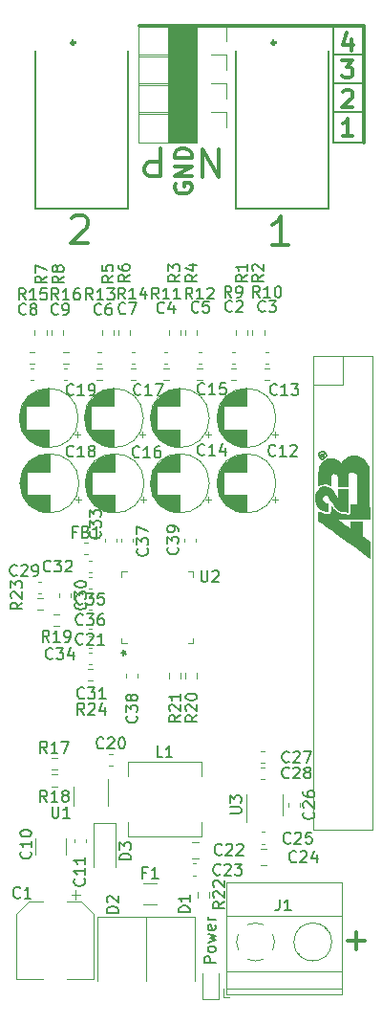
<source format=gbr>
%TF.GenerationSoftware,KiCad,Pcbnew,(5.1.9)-1*%
%TF.CreationDate,2021-06-18T12:26:36+07:00*%
%TF.ProjectId,adau1978,61646175-3139-4373-982e-6b696361645f,rev?*%
%TF.SameCoordinates,Original*%
%TF.FileFunction,Legend,Top*%
%TF.FilePolarity,Positive*%
%FSLAX46Y46*%
G04 Gerber Fmt 4.6, Leading zero omitted, Abs format (unit mm)*
G04 Created by KiCad (PCBNEW (5.1.9)-1) date 2021-06-18 12:26:36*
%MOMM*%
%LPD*%
G01*
G04 APERTURE LIST*
%ADD10C,0.300000*%
%ADD11C,0.100000*%
%ADD12C,0.150000*%
%ADD13C,0.120000*%
%ADD14C,0.127000*%
%ADD15C,0.350000*%
%ADD16C,0.010000*%
G04 APERTURE END LIST*
D10*
X74739595Y-125682357D02*
X76263404Y-125682357D01*
X75501500Y-126444261D02*
X75501500Y-124920452D01*
X50276214Y-61734047D02*
X50395261Y-61615000D01*
X50633357Y-61495952D01*
X51228595Y-61495952D01*
X51466690Y-61615000D01*
X51585738Y-61734047D01*
X51704785Y-61972142D01*
X51704785Y-62210238D01*
X51585738Y-62567380D01*
X50157166Y-63995952D01*
X51704785Y-63995952D01*
X69484785Y-64122952D02*
X68056214Y-64122952D01*
X68770500Y-64122952D02*
X68770500Y-61622952D01*
X68532404Y-61980095D01*
X68294309Y-62218190D01*
X68056214Y-62337238D01*
D11*
G36*
X61341000Y-55051000D02*
G01*
X58801000Y-55051000D01*
X58801000Y-44767500D01*
X61341000Y-44767500D01*
X61341000Y-55051000D01*
G37*
X61341000Y-55051000D02*
X58801000Y-55051000D01*
X58801000Y-44767500D01*
X61341000Y-44767500D01*
X61341000Y-55051000D01*
D12*
X73469500Y-52387500D02*
X76073000Y-52387500D01*
X73533000Y-49847500D02*
X76073000Y-49847500D01*
X73533000Y-47307500D02*
X76073000Y-47307500D01*
X73469500Y-55054500D02*
X73469500Y-44767500D01*
X76136500Y-55054500D02*
X73469500Y-55054500D01*
D10*
X76136500Y-44767500D02*
X76136500Y-55054500D01*
X56261000Y-44767500D02*
X76136500Y-44767500D01*
X75025214Y-45906571D02*
X75025214Y-46906571D01*
X74668071Y-45335142D02*
X74310928Y-46406571D01*
X75239500Y-46406571D01*
X74239500Y-47819571D02*
X75168071Y-47819571D01*
X74668071Y-48391000D01*
X74882357Y-48391000D01*
X75025214Y-48462428D01*
X75096642Y-48533857D01*
X75168071Y-48676714D01*
X75168071Y-49033857D01*
X75096642Y-49176714D01*
X75025214Y-49248142D01*
X74882357Y-49319571D01*
X74453785Y-49319571D01*
X74310928Y-49248142D01*
X74239500Y-49176714D01*
X74310928Y-50565928D02*
X74382357Y-50494500D01*
X74525214Y-50423071D01*
X74882357Y-50423071D01*
X75025214Y-50494500D01*
X75096642Y-50565928D01*
X75168071Y-50708785D01*
X75168071Y-50851642D01*
X75096642Y-51065928D01*
X74239500Y-51923071D01*
X75168071Y-51923071D01*
X75168071Y-54463071D02*
X74310928Y-54463071D01*
X74739500Y-54463071D02*
X74739500Y-52963071D01*
X74596642Y-53177357D01*
X74453785Y-53320214D01*
X74310928Y-53391642D01*
X59448000Y-58737357D02*
X59376571Y-58880214D01*
X59376571Y-59094500D01*
X59448000Y-59308785D01*
X59590857Y-59451642D01*
X59733714Y-59523071D01*
X60019428Y-59594500D01*
X60233714Y-59594500D01*
X60519428Y-59523071D01*
X60662285Y-59451642D01*
X60805142Y-59308785D01*
X60876571Y-59094500D01*
X60876571Y-58951642D01*
X60805142Y-58737357D01*
X60733714Y-58665928D01*
X60233714Y-58665928D01*
X60233714Y-58951642D01*
X60876571Y-58023071D02*
X59376571Y-58023071D01*
X60876571Y-57165928D01*
X59376571Y-57165928D01*
X60876571Y-56451642D02*
X59376571Y-56451642D01*
X59376571Y-56094500D01*
X59448000Y-55880214D01*
X59590857Y-55737357D01*
X59733714Y-55665928D01*
X60019428Y-55594500D01*
X60233714Y-55594500D01*
X60519428Y-55665928D01*
X60662285Y-55737357D01*
X60805142Y-55880214D01*
X60876571Y-56094500D01*
X60876571Y-56451642D01*
X63261785Y-55638047D02*
X63261785Y-58138047D01*
X61833214Y-55638047D01*
X61833214Y-58138047D01*
X58122261Y-55574547D02*
X58122261Y-58074547D01*
X57169880Y-58074547D01*
X56931785Y-57955500D01*
X56812738Y-57836452D01*
X56693690Y-57598357D01*
X56693690Y-57241214D01*
X56812738Y-57003119D01*
X56931785Y-56884071D01*
X57169880Y-56765023D01*
X58122261Y-56765023D01*
D12*
X62999880Y-127642690D02*
X61999880Y-127642690D01*
X61999880Y-127261738D01*
X62047500Y-127166500D01*
X62095119Y-127118880D01*
X62190357Y-127071261D01*
X62333214Y-127071261D01*
X62428452Y-127118880D01*
X62476071Y-127166500D01*
X62523690Y-127261738D01*
X62523690Y-127642690D01*
X62999880Y-126499833D02*
X62952261Y-126595071D01*
X62904642Y-126642690D01*
X62809404Y-126690309D01*
X62523690Y-126690309D01*
X62428452Y-126642690D01*
X62380833Y-126595071D01*
X62333214Y-126499833D01*
X62333214Y-126356976D01*
X62380833Y-126261738D01*
X62428452Y-126214119D01*
X62523690Y-126166500D01*
X62809404Y-126166500D01*
X62904642Y-126214119D01*
X62952261Y-126261738D01*
X62999880Y-126356976D01*
X62999880Y-126499833D01*
X62333214Y-125833166D02*
X62999880Y-125642690D01*
X62523690Y-125452214D01*
X62999880Y-125261738D01*
X62333214Y-125071261D01*
X62952261Y-124309357D02*
X62999880Y-124404595D01*
X62999880Y-124595071D01*
X62952261Y-124690309D01*
X62857023Y-124737928D01*
X62476071Y-124737928D01*
X62380833Y-124690309D01*
X62333214Y-124595071D01*
X62333214Y-124404595D01*
X62380833Y-124309357D01*
X62476071Y-124261738D01*
X62571309Y-124261738D01*
X62666547Y-124737928D01*
X62999880Y-123833166D02*
X62333214Y-123833166D01*
X62523690Y-123833166D02*
X62428452Y-123785547D01*
X62380833Y-123737928D01*
X62333214Y-123642690D01*
X62333214Y-123547452D01*
D13*
%TO.C,D5*%
X71695000Y-73917500D02*
X74295000Y-73917500D01*
X71695000Y-75247500D02*
X71695000Y-73917500D01*
X74295000Y-73914000D02*
X76835000Y-73914000D01*
X74295000Y-76454000D02*
X74295000Y-73914000D01*
X71695000Y-76454000D02*
X74295000Y-76454000D01*
X76895000Y-73914000D02*
X76895000Y-115884000D01*
X71695000Y-74041000D02*
X71695000Y-115884000D01*
X71695000Y-115884000D02*
X76895000Y-115884000D01*
%TO.C,C1*%
X51009250Y-121622750D02*
X50221750Y-121622750D01*
X50615500Y-121229000D02*
X50615500Y-122016500D01*
X46422437Y-122256500D02*
X45358000Y-123320937D01*
X51113563Y-122256500D02*
X52178000Y-123320937D01*
X51113563Y-122256500D02*
X49828000Y-122256500D01*
X46422437Y-122256500D02*
X47708000Y-122256500D01*
X45358000Y-123320937D02*
X45358000Y-129076500D01*
X52178000Y-123320937D02*
X52178000Y-129076500D01*
X52178000Y-129076500D02*
X49828000Y-129076500D01*
X45358000Y-129076500D02*
X47708000Y-129076500D01*
%TO.C,C2*%
X64438920Y-73594500D02*
X64720080Y-73594500D01*
X64438920Y-74614500D02*
X64720080Y-74614500D01*
%TO.C,C10*%
X47027000Y-116636748D02*
X47027000Y-118059252D01*
X49747000Y-116636748D02*
X49747000Y-118059252D01*
%TO.C,C11*%
X50480500Y-116699420D02*
X50480500Y-116980580D01*
X51500500Y-116699420D02*
X51500500Y-116980580D01*
%TO.C,C20*%
X53580420Y-109154500D02*
X53861580Y-109154500D01*
X53580420Y-110174500D02*
X53861580Y-110174500D01*
%TO.C,C21*%
X52020080Y-97089500D02*
X51738920Y-97089500D01*
X52020080Y-98109500D02*
X51738920Y-98109500D01*
%TO.C,C22*%
X61475252Y-116930500D02*
X60952748Y-116930500D01*
X61475252Y-118400500D02*
X60952748Y-118400500D01*
%TO.C,C23*%
X61291080Y-119890000D02*
X61009920Y-119890000D01*
X61291080Y-118870000D02*
X61009920Y-118870000D01*
%TO.C,C24*%
X66985248Y-117565500D02*
X67507752Y-117565500D01*
X66985248Y-119035500D02*
X67507752Y-119035500D01*
%TO.C,C25*%
X67105920Y-117096000D02*
X67387080Y-117096000D01*
X67105920Y-116076000D02*
X67387080Y-116076000D01*
%TO.C,C26*%
X69467000Y-113524420D02*
X69467000Y-113805580D01*
X70487000Y-113524420D02*
X70487000Y-113805580D01*
%TO.C,C27*%
X67042420Y-108900500D02*
X67323580Y-108900500D01*
X67042420Y-109920500D02*
X67323580Y-109920500D01*
%TO.C,C28*%
X67042420Y-111381000D02*
X67323580Y-111381000D01*
X67042420Y-110361000D02*
X67323580Y-110361000D01*
%TO.C,C29*%
X47575080Y-94934500D02*
X47293920Y-94934500D01*
X47575080Y-93914500D02*
X47293920Y-93914500D01*
%TO.C,C30*%
X49147000Y-94982420D02*
X49147000Y-95263580D01*
X50167000Y-94982420D02*
X50167000Y-95263580D01*
%TO.C,C31*%
X52020080Y-100201000D02*
X51738920Y-100201000D01*
X52020080Y-101221000D02*
X51738920Y-101221000D01*
%TO.C,C32*%
X52020080Y-93093000D02*
X51738920Y-93093000D01*
X52020080Y-92073000D02*
X51738920Y-92073000D01*
%TO.C,C33*%
X53211000Y-90374080D02*
X53211000Y-90092920D01*
X54231000Y-90374080D02*
X54231000Y-90092920D01*
%TO.C,C34*%
X52020080Y-99760500D02*
X51738920Y-99760500D01*
X52020080Y-98740500D02*
X51738920Y-98740500D01*
%TO.C,C35*%
X52020080Y-93533500D02*
X51738920Y-93533500D01*
X52020080Y-94553500D02*
X51738920Y-94553500D01*
%TO.C,C36*%
X52020080Y-96395000D02*
X51738920Y-96395000D01*
X52020080Y-95375000D02*
X51738920Y-95375000D01*
%TO.C,C37*%
X54671500Y-90374080D02*
X54671500Y-90092920D01*
X55691500Y-90374080D02*
X55691500Y-90092920D01*
%TO.C,C38*%
X55052500Y-102094420D02*
X55052500Y-102375580D01*
X56072500Y-102094420D02*
X56072500Y-102375580D01*
%TO.C,C39*%
X61216000Y-90374080D02*
X61216000Y-90092920D01*
X60196000Y-90374080D02*
X60196000Y-90092920D01*
%TO.C,D2*%
X56823500Y-123577000D02*
X56823500Y-129277000D01*
X52523500Y-123577000D02*
X52523500Y-129277000D01*
X56823500Y-123577000D02*
X52523500Y-123577000D01*
%TO.C,D3*%
X54149500Y-115275000D02*
X54149500Y-119125000D01*
X52149500Y-115275000D02*
X52149500Y-119125000D01*
X54149500Y-115275000D02*
X52149500Y-115275000D01*
%TO.C,D4*%
X63282500Y-130834500D02*
X63282500Y-128549500D01*
X61812500Y-130834500D02*
X63282500Y-130834500D01*
X61812500Y-128549500D02*
X61812500Y-130834500D01*
%TO.C,J1*%
X63708000Y-130693500D02*
X64208000Y-130693500D01*
X63708000Y-129953500D02*
X63708000Y-130693500D01*
X70401000Y-126816500D02*
X70354000Y-126862500D01*
X72698000Y-124518500D02*
X72663000Y-124554500D01*
X70594000Y-127032500D02*
X70559000Y-127067500D01*
X72903000Y-124724500D02*
X72856000Y-124770500D01*
X74228000Y-120532500D02*
X74228000Y-130453500D01*
X63948000Y-120532500D02*
X63948000Y-130453500D01*
X63948000Y-130453500D02*
X74228000Y-130453500D01*
X63948000Y-120532500D02*
X74228000Y-120532500D01*
X63948000Y-123492500D02*
X74228000Y-123492500D01*
X63948000Y-128393500D02*
X74228000Y-128393500D01*
X63948000Y-129893500D02*
X74228000Y-129893500D01*
X73308000Y-125793500D02*
G75*
G03*
X73308000Y-125793500I-1680000J0D01*
G01*
X67231318Y-127328256D02*
G75*
G02*
X66548000Y-127473500I-683318J1534756D01*
G01*
X68083426Y-125110458D02*
G75*
G02*
X68083000Y-126477500I-1535426J-683042D01*
G01*
X65864958Y-124258074D02*
G75*
G02*
X67232000Y-124258500I683042J-1535426D01*
G01*
X65012574Y-126476542D02*
G75*
G02*
X65013000Y-125109500I1535426J683042D01*
G01*
X66576805Y-127473753D02*
G75*
G02*
X65864000Y-127328500I-28805J1680253D01*
G01*
%TO.C,L1*%
X61758500Y-116432000D02*
X61758500Y-115171500D01*
X55208500Y-116432000D02*
X61758500Y-116432000D01*
X55208500Y-115171500D02*
X55208500Y-116432000D01*
X61758500Y-109882000D02*
X61758500Y-111142500D01*
X55208500Y-109882000D02*
X61758500Y-109882000D01*
X55208500Y-111142500D02*
X55208500Y-109882000D01*
%TO.C,R1*%
X64819000Y-72119258D02*
X64819000Y-71644742D01*
X65864000Y-72119258D02*
X65864000Y-71644742D01*
%TO.C,R9*%
X64342242Y-75042500D02*
X64816758Y-75042500D01*
X64342242Y-76087500D02*
X64816758Y-76087500D01*
%TO.C,R17*%
X48467242Y-110568000D02*
X48941758Y-110568000D01*
X48467242Y-109523000D02*
X48941758Y-109523000D01*
%TO.C,R18*%
X48941758Y-110983500D02*
X48467242Y-110983500D01*
X48941758Y-112028500D02*
X48467242Y-112028500D01*
%TO.C,R19*%
X49132258Y-97868000D02*
X48657742Y-97868000D01*
X49132258Y-96823000D02*
X48657742Y-96823000D01*
%TO.C,R20*%
X61355500Y-101997742D02*
X61355500Y-102472258D01*
X60310500Y-101997742D02*
X60310500Y-102472258D01*
%TO.C,R21*%
X58850000Y-101997742D02*
X58850000Y-102472258D01*
X59895000Y-101997742D02*
X59895000Y-102472258D01*
%TO.C,R22*%
X61390000Y-121365242D02*
X61390000Y-121839758D01*
X62435000Y-121365242D02*
X62435000Y-121839758D01*
%TO.C,R23*%
X47671758Y-95362500D02*
X47197242Y-95362500D01*
X47671758Y-96407500D02*
X47197242Y-96407500D01*
%TO.C,R24*%
X51642242Y-101649000D02*
X52116758Y-101649000D01*
X51642242Y-102694000D02*
X52116758Y-102694000D01*
%TO.C,U1*%
X53453000Y-113783000D02*
X53453000Y-111353000D01*
X50383000Y-112023000D02*
X50383000Y-113783000D01*
%TO.C,U3*%
X65763500Y-112765000D02*
X65763500Y-115215000D01*
X68983500Y-114565000D02*
X68983500Y-112765000D01*
%TO.C,U2*%
X55128259Y-93025499D02*
X54671499Y-93025499D01*
X61025501Y-93482259D02*
X61025501Y-93025499D01*
X60568741Y-99379501D02*
X61025501Y-99379501D01*
X54671499Y-98922741D02*
X54671499Y-99379501D01*
X54671499Y-99379501D02*
X55128259Y-99379501D01*
X54671499Y-93025499D02*
X54671499Y-93482259D01*
X61025501Y-93025499D02*
X60568741Y-93025499D01*
X61025501Y-99379501D02*
X61025501Y-98922741D01*
%TO.C,F1*%
X56611436Y-122449000D02*
X57815564Y-122449000D01*
X56611436Y-120629000D02*
X57815564Y-120629000D01*
%TO.C,D1*%
X61141500Y-123577000D02*
X61141500Y-129277000D01*
X56841500Y-123577000D02*
X56841500Y-129277000D01*
X61141500Y-123577000D02*
X56841500Y-123577000D01*
%TO.C,C3*%
X67423420Y-74614500D02*
X67704580Y-74614500D01*
X67423420Y-73594500D02*
X67704580Y-73594500D01*
%TO.C,C4*%
X58469920Y-73594500D02*
X58751080Y-73594500D01*
X58469920Y-74614500D02*
X58751080Y-74614500D01*
%TO.C,C5*%
X61467420Y-74614500D02*
X61748580Y-74614500D01*
X61467420Y-73594500D02*
X61748580Y-73594500D01*
%TO.C,C6*%
X52564420Y-73594500D02*
X52845580Y-73594500D01*
X52564420Y-74614500D02*
X52845580Y-74614500D01*
%TO.C,C7*%
X55548920Y-74614500D02*
X55830080Y-74614500D01*
X55548920Y-73594500D02*
X55830080Y-73594500D01*
%TO.C,C8*%
X46595420Y-76075000D02*
X46876580Y-76075000D01*
X46595420Y-75055000D02*
X46876580Y-75055000D01*
%TO.C,C9*%
X49579920Y-75055000D02*
X49861080Y-75055000D01*
X49579920Y-76075000D02*
X49861080Y-76075000D01*
%TO.C,JP1*%
X63941000Y-52391000D02*
X63941000Y-53721000D01*
X62611000Y-52391000D02*
X63941000Y-52391000D01*
X61341000Y-52391000D02*
X61341000Y-55051000D01*
X61341000Y-55051000D02*
X56201000Y-55051000D01*
X61341000Y-52391000D02*
X56201000Y-52391000D01*
X56201000Y-52391000D02*
X56201000Y-55051000D01*
%TO.C,JP2*%
X56201000Y-49851000D02*
X56201000Y-52511000D01*
X61341000Y-49851000D02*
X56201000Y-49851000D01*
X61341000Y-52511000D02*
X56201000Y-52511000D01*
X61341000Y-49851000D02*
X61341000Y-52511000D01*
X62611000Y-49851000D02*
X63941000Y-49851000D01*
X63941000Y-49851000D02*
X63941000Y-51181000D01*
%TO.C,JP3*%
X63941000Y-47311000D02*
X63941000Y-48641000D01*
X62611000Y-47311000D02*
X63941000Y-47311000D01*
X61341000Y-47311000D02*
X61341000Y-49971000D01*
X61341000Y-49971000D02*
X56201000Y-49971000D01*
X61341000Y-47311000D02*
X56201000Y-47311000D01*
X56201000Y-47311000D02*
X56201000Y-49971000D01*
%TO.C,JP4*%
X56201000Y-44771000D02*
X56201000Y-47431000D01*
X61341000Y-44771000D02*
X56201000Y-44771000D01*
X61341000Y-47431000D02*
X56201000Y-47431000D01*
X61341000Y-44771000D02*
X61341000Y-47431000D01*
X62611000Y-44771000D02*
X63941000Y-44771000D01*
X63941000Y-44771000D02*
X63941000Y-46101000D01*
%TO.C,R2*%
X67324500Y-72119258D02*
X67324500Y-71644742D01*
X66279500Y-72119258D02*
X66279500Y-71644742D01*
%TO.C,R3*%
X58850000Y-72119758D02*
X58850000Y-71645242D01*
X59895000Y-72119758D02*
X59895000Y-71645242D01*
%TO.C,R4*%
X61355500Y-72119758D02*
X61355500Y-71645242D01*
X60310500Y-72119758D02*
X60310500Y-71645242D01*
%TO.C,R5*%
X52944500Y-72119258D02*
X52944500Y-71644742D01*
X53989500Y-72119258D02*
X53989500Y-71644742D01*
%TO.C,R6*%
X54405000Y-72119758D02*
X54405000Y-71645242D01*
X55450000Y-72119758D02*
X55450000Y-71645242D01*
%TO.C,R7*%
X48020500Y-72119258D02*
X48020500Y-71644742D01*
X46975500Y-72119258D02*
X46975500Y-71644742D01*
%TO.C,R8*%
X48436000Y-72119258D02*
X48436000Y-71644742D01*
X49481000Y-72119258D02*
X49481000Y-71644742D01*
%TO.C,R10*%
X67326742Y-75042500D02*
X67801258Y-75042500D01*
X67326742Y-76087500D02*
X67801258Y-76087500D01*
%TO.C,R11*%
X58373242Y-76087500D02*
X58847758Y-76087500D01*
X58373242Y-75042500D02*
X58847758Y-75042500D01*
%TO.C,R12*%
X61357242Y-75042500D02*
X61831758Y-75042500D01*
X61357242Y-76087500D02*
X61831758Y-76087500D01*
%TO.C,R13*%
X52467742Y-76087500D02*
X52942258Y-76087500D01*
X52467742Y-75042500D02*
X52942258Y-75042500D01*
%TO.C,R14*%
X55452242Y-75042500D02*
X55926758Y-75042500D01*
X55452242Y-76087500D02*
X55926758Y-76087500D01*
%TO.C,R15*%
X46498742Y-74627000D02*
X46973258Y-74627000D01*
X46498742Y-73582000D02*
X46973258Y-73582000D01*
%TO.C,R16*%
X49483242Y-74627000D02*
X49957758Y-74627000D01*
X49483242Y-73582000D02*
X49957758Y-73582000D01*
%TO.C,C12*%
X68358500Y-85217000D02*
G75*
G03*
X68358500Y-85217000I-2620000J0D01*
G01*
X65738500Y-84177000D02*
X65738500Y-82637000D01*
X65738500Y-87797000D02*
X65738500Y-86257000D01*
X65698500Y-84177000D02*
X65698500Y-82637000D01*
X65698500Y-87797000D02*
X65698500Y-86257000D01*
X65658500Y-87796000D02*
X65658500Y-86257000D01*
X65658500Y-84177000D02*
X65658500Y-82638000D01*
X65618500Y-87795000D02*
X65618500Y-86257000D01*
X65618500Y-84177000D02*
X65618500Y-82639000D01*
X65578500Y-87793000D02*
X65578500Y-86257000D01*
X65578500Y-84177000D02*
X65578500Y-82641000D01*
X65538500Y-87790000D02*
X65538500Y-86257000D01*
X65538500Y-84177000D02*
X65538500Y-82644000D01*
X65498500Y-87786000D02*
X65498500Y-86257000D01*
X65498500Y-84177000D02*
X65498500Y-82648000D01*
X65458500Y-87782000D02*
X65458500Y-86257000D01*
X65458500Y-84177000D02*
X65458500Y-82652000D01*
X65418500Y-87778000D02*
X65418500Y-86257000D01*
X65418500Y-84177000D02*
X65418500Y-82656000D01*
X65378500Y-87773000D02*
X65378500Y-86257000D01*
X65378500Y-84177000D02*
X65378500Y-82661000D01*
X65338500Y-87767000D02*
X65338500Y-86257000D01*
X65338500Y-84177000D02*
X65338500Y-82667000D01*
X65298500Y-87760000D02*
X65298500Y-86257000D01*
X65298500Y-84177000D02*
X65298500Y-82674000D01*
X65258500Y-87753000D02*
X65258500Y-86257000D01*
X65258500Y-84177000D02*
X65258500Y-82681000D01*
X65218500Y-87745000D02*
X65218500Y-86257000D01*
X65218500Y-84177000D02*
X65218500Y-82689000D01*
X65178500Y-87737000D02*
X65178500Y-86257000D01*
X65178500Y-84177000D02*
X65178500Y-82697000D01*
X65138500Y-87728000D02*
X65138500Y-86257000D01*
X65138500Y-84177000D02*
X65138500Y-82706000D01*
X65098500Y-87718000D02*
X65098500Y-86257000D01*
X65098500Y-84177000D02*
X65098500Y-82716000D01*
X65058500Y-87708000D02*
X65058500Y-86257000D01*
X65058500Y-84177000D02*
X65058500Y-82726000D01*
X65017500Y-87697000D02*
X65017500Y-86257000D01*
X65017500Y-84177000D02*
X65017500Y-82737000D01*
X64977500Y-87685000D02*
X64977500Y-86257000D01*
X64977500Y-84177000D02*
X64977500Y-82749000D01*
X64937500Y-87672000D02*
X64937500Y-86257000D01*
X64937500Y-84177000D02*
X64937500Y-82762000D01*
X64897500Y-87659000D02*
X64897500Y-86257000D01*
X64897500Y-84177000D02*
X64897500Y-82775000D01*
X64857500Y-87645000D02*
X64857500Y-86257000D01*
X64857500Y-84177000D02*
X64857500Y-82789000D01*
X64817500Y-87631000D02*
X64817500Y-86257000D01*
X64817500Y-84177000D02*
X64817500Y-82803000D01*
X64777500Y-87615000D02*
X64777500Y-86257000D01*
X64777500Y-84177000D02*
X64777500Y-82819000D01*
X64737500Y-87599000D02*
X64737500Y-86257000D01*
X64737500Y-84177000D02*
X64737500Y-82835000D01*
X64697500Y-87582000D02*
X64697500Y-86257000D01*
X64697500Y-84177000D02*
X64697500Y-82852000D01*
X64657500Y-87565000D02*
X64657500Y-86257000D01*
X64657500Y-84177000D02*
X64657500Y-82869000D01*
X64617500Y-87546000D02*
X64617500Y-86257000D01*
X64617500Y-84177000D02*
X64617500Y-82888000D01*
X64577500Y-87527000D02*
X64577500Y-86257000D01*
X64577500Y-84177000D02*
X64577500Y-82907000D01*
X64537500Y-87507000D02*
X64537500Y-86257000D01*
X64537500Y-84177000D02*
X64537500Y-82927000D01*
X64497500Y-87485000D02*
X64497500Y-86257000D01*
X64497500Y-84177000D02*
X64497500Y-82949000D01*
X64457500Y-87464000D02*
X64457500Y-86257000D01*
X64457500Y-84177000D02*
X64457500Y-82970000D01*
X64417500Y-87441000D02*
X64417500Y-86257000D01*
X64417500Y-84177000D02*
X64417500Y-82993000D01*
X64377500Y-87417000D02*
X64377500Y-86257000D01*
X64377500Y-84177000D02*
X64377500Y-83017000D01*
X64337500Y-87392000D02*
X64337500Y-86257000D01*
X64337500Y-84177000D02*
X64337500Y-83042000D01*
X64297500Y-87366000D02*
X64297500Y-86257000D01*
X64297500Y-84177000D02*
X64297500Y-83068000D01*
X64257500Y-87339000D02*
X64257500Y-86257000D01*
X64257500Y-84177000D02*
X64257500Y-83095000D01*
X64217500Y-87312000D02*
X64217500Y-86257000D01*
X64217500Y-84177000D02*
X64217500Y-83122000D01*
X64177500Y-87282000D02*
X64177500Y-86257000D01*
X64177500Y-84177000D02*
X64177500Y-83152000D01*
X64137500Y-87252000D02*
X64137500Y-86257000D01*
X64137500Y-84177000D02*
X64137500Y-83182000D01*
X64097500Y-87221000D02*
X64097500Y-86257000D01*
X64097500Y-84177000D02*
X64097500Y-83213000D01*
X64057500Y-87188000D02*
X64057500Y-86257000D01*
X64057500Y-84177000D02*
X64057500Y-83246000D01*
X64017500Y-87154000D02*
X64017500Y-86257000D01*
X64017500Y-84177000D02*
X64017500Y-83280000D01*
X63977500Y-87118000D02*
X63977500Y-86257000D01*
X63977500Y-84177000D02*
X63977500Y-83316000D01*
X63937500Y-87081000D02*
X63937500Y-86257000D01*
X63937500Y-84177000D02*
X63937500Y-83353000D01*
X63897500Y-87043000D02*
X63897500Y-86257000D01*
X63897500Y-84177000D02*
X63897500Y-83391000D01*
X63857500Y-87002000D02*
X63857500Y-86257000D01*
X63857500Y-84177000D02*
X63857500Y-83432000D01*
X63817500Y-86960000D02*
X63817500Y-86257000D01*
X63817500Y-84177000D02*
X63817500Y-83474000D01*
X63777500Y-86916000D02*
X63777500Y-86257000D01*
X63777500Y-84177000D02*
X63777500Y-83518000D01*
X63737500Y-86870000D02*
X63737500Y-86257000D01*
X63737500Y-84177000D02*
X63737500Y-83564000D01*
X63697500Y-86822000D02*
X63697500Y-83612000D01*
X63657500Y-86771000D02*
X63657500Y-83663000D01*
X63617500Y-86717000D02*
X63617500Y-83717000D01*
X63577500Y-86660000D02*
X63577500Y-83774000D01*
X63537500Y-86600000D02*
X63537500Y-83834000D01*
X63497500Y-86536000D02*
X63497500Y-83898000D01*
X63457500Y-86468000D02*
X63457500Y-83966000D01*
X63417500Y-86395000D02*
X63417500Y-84039000D01*
X63377500Y-86315000D02*
X63377500Y-84119000D01*
X63337500Y-86228000D02*
X63337500Y-84206000D01*
X63297500Y-86132000D02*
X63297500Y-84302000D01*
X63257500Y-86022000D02*
X63257500Y-84412000D01*
X63217500Y-85894000D02*
X63217500Y-84540000D01*
X63177500Y-85735000D02*
X63177500Y-84699000D01*
X63137500Y-85501000D02*
X63137500Y-84933000D01*
X68543275Y-86692000D02*
X68043275Y-86692000D01*
X68293275Y-86942000D02*
X68293275Y-86442000D01*
%TO.C,C13*%
X68293275Y-81163500D02*
X68293275Y-80663500D01*
X68543275Y-80913500D02*
X68043275Y-80913500D01*
X63137500Y-79722500D02*
X63137500Y-79154500D01*
X63177500Y-79956500D02*
X63177500Y-78920500D01*
X63217500Y-80115500D02*
X63217500Y-78761500D01*
X63257500Y-80243500D02*
X63257500Y-78633500D01*
X63297500Y-80353500D02*
X63297500Y-78523500D01*
X63337500Y-80449500D02*
X63337500Y-78427500D01*
X63377500Y-80536500D02*
X63377500Y-78340500D01*
X63417500Y-80616500D02*
X63417500Y-78260500D01*
X63457500Y-80689500D02*
X63457500Y-78187500D01*
X63497500Y-80757500D02*
X63497500Y-78119500D01*
X63537500Y-80821500D02*
X63537500Y-78055500D01*
X63577500Y-80881500D02*
X63577500Y-77995500D01*
X63617500Y-80938500D02*
X63617500Y-77938500D01*
X63657500Y-80992500D02*
X63657500Y-77884500D01*
X63697500Y-81043500D02*
X63697500Y-77833500D01*
X63737500Y-78398500D02*
X63737500Y-77785500D01*
X63737500Y-81091500D02*
X63737500Y-80478500D01*
X63777500Y-78398500D02*
X63777500Y-77739500D01*
X63777500Y-81137500D02*
X63777500Y-80478500D01*
X63817500Y-78398500D02*
X63817500Y-77695500D01*
X63817500Y-81181500D02*
X63817500Y-80478500D01*
X63857500Y-78398500D02*
X63857500Y-77653500D01*
X63857500Y-81223500D02*
X63857500Y-80478500D01*
X63897500Y-78398500D02*
X63897500Y-77612500D01*
X63897500Y-81264500D02*
X63897500Y-80478500D01*
X63937500Y-78398500D02*
X63937500Y-77574500D01*
X63937500Y-81302500D02*
X63937500Y-80478500D01*
X63977500Y-78398500D02*
X63977500Y-77537500D01*
X63977500Y-81339500D02*
X63977500Y-80478500D01*
X64017500Y-78398500D02*
X64017500Y-77501500D01*
X64017500Y-81375500D02*
X64017500Y-80478500D01*
X64057500Y-78398500D02*
X64057500Y-77467500D01*
X64057500Y-81409500D02*
X64057500Y-80478500D01*
X64097500Y-78398500D02*
X64097500Y-77434500D01*
X64097500Y-81442500D02*
X64097500Y-80478500D01*
X64137500Y-78398500D02*
X64137500Y-77403500D01*
X64137500Y-81473500D02*
X64137500Y-80478500D01*
X64177500Y-78398500D02*
X64177500Y-77373500D01*
X64177500Y-81503500D02*
X64177500Y-80478500D01*
X64217500Y-78398500D02*
X64217500Y-77343500D01*
X64217500Y-81533500D02*
X64217500Y-80478500D01*
X64257500Y-78398500D02*
X64257500Y-77316500D01*
X64257500Y-81560500D02*
X64257500Y-80478500D01*
X64297500Y-78398500D02*
X64297500Y-77289500D01*
X64297500Y-81587500D02*
X64297500Y-80478500D01*
X64337500Y-78398500D02*
X64337500Y-77263500D01*
X64337500Y-81613500D02*
X64337500Y-80478500D01*
X64377500Y-78398500D02*
X64377500Y-77238500D01*
X64377500Y-81638500D02*
X64377500Y-80478500D01*
X64417500Y-78398500D02*
X64417500Y-77214500D01*
X64417500Y-81662500D02*
X64417500Y-80478500D01*
X64457500Y-78398500D02*
X64457500Y-77191500D01*
X64457500Y-81685500D02*
X64457500Y-80478500D01*
X64497500Y-78398500D02*
X64497500Y-77170500D01*
X64497500Y-81706500D02*
X64497500Y-80478500D01*
X64537500Y-78398500D02*
X64537500Y-77148500D01*
X64537500Y-81728500D02*
X64537500Y-80478500D01*
X64577500Y-78398500D02*
X64577500Y-77128500D01*
X64577500Y-81748500D02*
X64577500Y-80478500D01*
X64617500Y-78398500D02*
X64617500Y-77109500D01*
X64617500Y-81767500D02*
X64617500Y-80478500D01*
X64657500Y-78398500D02*
X64657500Y-77090500D01*
X64657500Y-81786500D02*
X64657500Y-80478500D01*
X64697500Y-78398500D02*
X64697500Y-77073500D01*
X64697500Y-81803500D02*
X64697500Y-80478500D01*
X64737500Y-78398500D02*
X64737500Y-77056500D01*
X64737500Y-81820500D02*
X64737500Y-80478500D01*
X64777500Y-78398500D02*
X64777500Y-77040500D01*
X64777500Y-81836500D02*
X64777500Y-80478500D01*
X64817500Y-78398500D02*
X64817500Y-77024500D01*
X64817500Y-81852500D02*
X64817500Y-80478500D01*
X64857500Y-78398500D02*
X64857500Y-77010500D01*
X64857500Y-81866500D02*
X64857500Y-80478500D01*
X64897500Y-78398500D02*
X64897500Y-76996500D01*
X64897500Y-81880500D02*
X64897500Y-80478500D01*
X64937500Y-78398500D02*
X64937500Y-76983500D01*
X64937500Y-81893500D02*
X64937500Y-80478500D01*
X64977500Y-78398500D02*
X64977500Y-76970500D01*
X64977500Y-81906500D02*
X64977500Y-80478500D01*
X65017500Y-78398500D02*
X65017500Y-76958500D01*
X65017500Y-81918500D02*
X65017500Y-80478500D01*
X65058500Y-78398500D02*
X65058500Y-76947500D01*
X65058500Y-81929500D02*
X65058500Y-80478500D01*
X65098500Y-78398500D02*
X65098500Y-76937500D01*
X65098500Y-81939500D02*
X65098500Y-80478500D01*
X65138500Y-78398500D02*
X65138500Y-76927500D01*
X65138500Y-81949500D02*
X65138500Y-80478500D01*
X65178500Y-78398500D02*
X65178500Y-76918500D01*
X65178500Y-81958500D02*
X65178500Y-80478500D01*
X65218500Y-78398500D02*
X65218500Y-76910500D01*
X65218500Y-81966500D02*
X65218500Y-80478500D01*
X65258500Y-78398500D02*
X65258500Y-76902500D01*
X65258500Y-81974500D02*
X65258500Y-80478500D01*
X65298500Y-78398500D02*
X65298500Y-76895500D01*
X65298500Y-81981500D02*
X65298500Y-80478500D01*
X65338500Y-78398500D02*
X65338500Y-76888500D01*
X65338500Y-81988500D02*
X65338500Y-80478500D01*
X65378500Y-78398500D02*
X65378500Y-76882500D01*
X65378500Y-81994500D02*
X65378500Y-80478500D01*
X65418500Y-78398500D02*
X65418500Y-76877500D01*
X65418500Y-81999500D02*
X65418500Y-80478500D01*
X65458500Y-78398500D02*
X65458500Y-76873500D01*
X65458500Y-82003500D02*
X65458500Y-80478500D01*
X65498500Y-78398500D02*
X65498500Y-76869500D01*
X65498500Y-82007500D02*
X65498500Y-80478500D01*
X65538500Y-78398500D02*
X65538500Y-76865500D01*
X65538500Y-82011500D02*
X65538500Y-80478500D01*
X65578500Y-78398500D02*
X65578500Y-76862500D01*
X65578500Y-82014500D02*
X65578500Y-80478500D01*
X65618500Y-78398500D02*
X65618500Y-76860500D01*
X65618500Y-82016500D02*
X65618500Y-80478500D01*
X65658500Y-78398500D02*
X65658500Y-76859500D01*
X65658500Y-82017500D02*
X65658500Y-80478500D01*
X65698500Y-82018500D02*
X65698500Y-80478500D01*
X65698500Y-78398500D02*
X65698500Y-76858500D01*
X65738500Y-82018500D02*
X65738500Y-80478500D01*
X65738500Y-78398500D02*
X65738500Y-76858500D01*
X68358500Y-79438500D02*
G75*
G03*
X68358500Y-79438500I-2620000J0D01*
G01*
%TO.C,C14*%
X62453000Y-85217000D02*
G75*
G03*
X62453000Y-85217000I-2620000J0D01*
G01*
X59833000Y-84177000D02*
X59833000Y-82637000D01*
X59833000Y-87797000D02*
X59833000Y-86257000D01*
X59793000Y-84177000D02*
X59793000Y-82637000D01*
X59793000Y-87797000D02*
X59793000Y-86257000D01*
X59753000Y-87796000D02*
X59753000Y-86257000D01*
X59753000Y-84177000D02*
X59753000Y-82638000D01*
X59713000Y-87795000D02*
X59713000Y-86257000D01*
X59713000Y-84177000D02*
X59713000Y-82639000D01*
X59673000Y-87793000D02*
X59673000Y-86257000D01*
X59673000Y-84177000D02*
X59673000Y-82641000D01*
X59633000Y-87790000D02*
X59633000Y-86257000D01*
X59633000Y-84177000D02*
X59633000Y-82644000D01*
X59593000Y-87786000D02*
X59593000Y-86257000D01*
X59593000Y-84177000D02*
X59593000Y-82648000D01*
X59553000Y-87782000D02*
X59553000Y-86257000D01*
X59553000Y-84177000D02*
X59553000Y-82652000D01*
X59513000Y-87778000D02*
X59513000Y-86257000D01*
X59513000Y-84177000D02*
X59513000Y-82656000D01*
X59473000Y-87773000D02*
X59473000Y-86257000D01*
X59473000Y-84177000D02*
X59473000Y-82661000D01*
X59433000Y-87767000D02*
X59433000Y-86257000D01*
X59433000Y-84177000D02*
X59433000Y-82667000D01*
X59393000Y-87760000D02*
X59393000Y-86257000D01*
X59393000Y-84177000D02*
X59393000Y-82674000D01*
X59353000Y-87753000D02*
X59353000Y-86257000D01*
X59353000Y-84177000D02*
X59353000Y-82681000D01*
X59313000Y-87745000D02*
X59313000Y-86257000D01*
X59313000Y-84177000D02*
X59313000Y-82689000D01*
X59273000Y-87737000D02*
X59273000Y-86257000D01*
X59273000Y-84177000D02*
X59273000Y-82697000D01*
X59233000Y-87728000D02*
X59233000Y-86257000D01*
X59233000Y-84177000D02*
X59233000Y-82706000D01*
X59193000Y-87718000D02*
X59193000Y-86257000D01*
X59193000Y-84177000D02*
X59193000Y-82716000D01*
X59153000Y-87708000D02*
X59153000Y-86257000D01*
X59153000Y-84177000D02*
X59153000Y-82726000D01*
X59112000Y-87697000D02*
X59112000Y-86257000D01*
X59112000Y-84177000D02*
X59112000Y-82737000D01*
X59072000Y-87685000D02*
X59072000Y-86257000D01*
X59072000Y-84177000D02*
X59072000Y-82749000D01*
X59032000Y-87672000D02*
X59032000Y-86257000D01*
X59032000Y-84177000D02*
X59032000Y-82762000D01*
X58992000Y-87659000D02*
X58992000Y-86257000D01*
X58992000Y-84177000D02*
X58992000Y-82775000D01*
X58952000Y-87645000D02*
X58952000Y-86257000D01*
X58952000Y-84177000D02*
X58952000Y-82789000D01*
X58912000Y-87631000D02*
X58912000Y-86257000D01*
X58912000Y-84177000D02*
X58912000Y-82803000D01*
X58872000Y-87615000D02*
X58872000Y-86257000D01*
X58872000Y-84177000D02*
X58872000Y-82819000D01*
X58832000Y-87599000D02*
X58832000Y-86257000D01*
X58832000Y-84177000D02*
X58832000Y-82835000D01*
X58792000Y-87582000D02*
X58792000Y-86257000D01*
X58792000Y-84177000D02*
X58792000Y-82852000D01*
X58752000Y-87565000D02*
X58752000Y-86257000D01*
X58752000Y-84177000D02*
X58752000Y-82869000D01*
X58712000Y-87546000D02*
X58712000Y-86257000D01*
X58712000Y-84177000D02*
X58712000Y-82888000D01*
X58672000Y-87527000D02*
X58672000Y-86257000D01*
X58672000Y-84177000D02*
X58672000Y-82907000D01*
X58632000Y-87507000D02*
X58632000Y-86257000D01*
X58632000Y-84177000D02*
X58632000Y-82927000D01*
X58592000Y-87485000D02*
X58592000Y-86257000D01*
X58592000Y-84177000D02*
X58592000Y-82949000D01*
X58552000Y-87464000D02*
X58552000Y-86257000D01*
X58552000Y-84177000D02*
X58552000Y-82970000D01*
X58512000Y-87441000D02*
X58512000Y-86257000D01*
X58512000Y-84177000D02*
X58512000Y-82993000D01*
X58472000Y-87417000D02*
X58472000Y-86257000D01*
X58472000Y-84177000D02*
X58472000Y-83017000D01*
X58432000Y-87392000D02*
X58432000Y-86257000D01*
X58432000Y-84177000D02*
X58432000Y-83042000D01*
X58392000Y-87366000D02*
X58392000Y-86257000D01*
X58392000Y-84177000D02*
X58392000Y-83068000D01*
X58352000Y-87339000D02*
X58352000Y-86257000D01*
X58352000Y-84177000D02*
X58352000Y-83095000D01*
X58312000Y-87312000D02*
X58312000Y-86257000D01*
X58312000Y-84177000D02*
X58312000Y-83122000D01*
X58272000Y-87282000D02*
X58272000Y-86257000D01*
X58272000Y-84177000D02*
X58272000Y-83152000D01*
X58232000Y-87252000D02*
X58232000Y-86257000D01*
X58232000Y-84177000D02*
X58232000Y-83182000D01*
X58192000Y-87221000D02*
X58192000Y-86257000D01*
X58192000Y-84177000D02*
X58192000Y-83213000D01*
X58152000Y-87188000D02*
X58152000Y-86257000D01*
X58152000Y-84177000D02*
X58152000Y-83246000D01*
X58112000Y-87154000D02*
X58112000Y-86257000D01*
X58112000Y-84177000D02*
X58112000Y-83280000D01*
X58072000Y-87118000D02*
X58072000Y-86257000D01*
X58072000Y-84177000D02*
X58072000Y-83316000D01*
X58032000Y-87081000D02*
X58032000Y-86257000D01*
X58032000Y-84177000D02*
X58032000Y-83353000D01*
X57992000Y-87043000D02*
X57992000Y-86257000D01*
X57992000Y-84177000D02*
X57992000Y-83391000D01*
X57952000Y-87002000D02*
X57952000Y-86257000D01*
X57952000Y-84177000D02*
X57952000Y-83432000D01*
X57912000Y-86960000D02*
X57912000Y-86257000D01*
X57912000Y-84177000D02*
X57912000Y-83474000D01*
X57872000Y-86916000D02*
X57872000Y-86257000D01*
X57872000Y-84177000D02*
X57872000Y-83518000D01*
X57832000Y-86870000D02*
X57832000Y-86257000D01*
X57832000Y-84177000D02*
X57832000Y-83564000D01*
X57792000Y-86822000D02*
X57792000Y-83612000D01*
X57752000Y-86771000D02*
X57752000Y-83663000D01*
X57712000Y-86717000D02*
X57712000Y-83717000D01*
X57672000Y-86660000D02*
X57672000Y-83774000D01*
X57632000Y-86600000D02*
X57632000Y-83834000D01*
X57592000Y-86536000D02*
X57592000Y-83898000D01*
X57552000Y-86468000D02*
X57552000Y-83966000D01*
X57512000Y-86395000D02*
X57512000Y-84039000D01*
X57472000Y-86315000D02*
X57472000Y-84119000D01*
X57432000Y-86228000D02*
X57432000Y-84206000D01*
X57392000Y-86132000D02*
X57392000Y-84302000D01*
X57352000Y-86022000D02*
X57352000Y-84412000D01*
X57312000Y-85894000D02*
X57312000Y-84540000D01*
X57272000Y-85735000D02*
X57272000Y-84699000D01*
X57232000Y-85501000D02*
X57232000Y-84933000D01*
X62637775Y-86692000D02*
X62137775Y-86692000D01*
X62387775Y-86942000D02*
X62387775Y-86442000D01*
%TO.C,C15*%
X62387775Y-81163500D02*
X62387775Y-80663500D01*
X62637775Y-80913500D02*
X62137775Y-80913500D01*
X57232000Y-79722500D02*
X57232000Y-79154500D01*
X57272000Y-79956500D02*
X57272000Y-78920500D01*
X57312000Y-80115500D02*
X57312000Y-78761500D01*
X57352000Y-80243500D02*
X57352000Y-78633500D01*
X57392000Y-80353500D02*
X57392000Y-78523500D01*
X57432000Y-80449500D02*
X57432000Y-78427500D01*
X57472000Y-80536500D02*
X57472000Y-78340500D01*
X57512000Y-80616500D02*
X57512000Y-78260500D01*
X57552000Y-80689500D02*
X57552000Y-78187500D01*
X57592000Y-80757500D02*
X57592000Y-78119500D01*
X57632000Y-80821500D02*
X57632000Y-78055500D01*
X57672000Y-80881500D02*
X57672000Y-77995500D01*
X57712000Y-80938500D02*
X57712000Y-77938500D01*
X57752000Y-80992500D02*
X57752000Y-77884500D01*
X57792000Y-81043500D02*
X57792000Y-77833500D01*
X57832000Y-78398500D02*
X57832000Y-77785500D01*
X57832000Y-81091500D02*
X57832000Y-80478500D01*
X57872000Y-78398500D02*
X57872000Y-77739500D01*
X57872000Y-81137500D02*
X57872000Y-80478500D01*
X57912000Y-78398500D02*
X57912000Y-77695500D01*
X57912000Y-81181500D02*
X57912000Y-80478500D01*
X57952000Y-78398500D02*
X57952000Y-77653500D01*
X57952000Y-81223500D02*
X57952000Y-80478500D01*
X57992000Y-78398500D02*
X57992000Y-77612500D01*
X57992000Y-81264500D02*
X57992000Y-80478500D01*
X58032000Y-78398500D02*
X58032000Y-77574500D01*
X58032000Y-81302500D02*
X58032000Y-80478500D01*
X58072000Y-78398500D02*
X58072000Y-77537500D01*
X58072000Y-81339500D02*
X58072000Y-80478500D01*
X58112000Y-78398500D02*
X58112000Y-77501500D01*
X58112000Y-81375500D02*
X58112000Y-80478500D01*
X58152000Y-78398500D02*
X58152000Y-77467500D01*
X58152000Y-81409500D02*
X58152000Y-80478500D01*
X58192000Y-78398500D02*
X58192000Y-77434500D01*
X58192000Y-81442500D02*
X58192000Y-80478500D01*
X58232000Y-78398500D02*
X58232000Y-77403500D01*
X58232000Y-81473500D02*
X58232000Y-80478500D01*
X58272000Y-78398500D02*
X58272000Y-77373500D01*
X58272000Y-81503500D02*
X58272000Y-80478500D01*
X58312000Y-78398500D02*
X58312000Y-77343500D01*
X58312000Y-81533500D02*
X58312000Y-80478500D01*
X58352000Y-78398500D02*
X58352000Y-77316500D01*
X58352000Y-81560500D02*
X58352000Y-80478500D01*
X58392000Y-78398500D02*
X58392000Y-77289500D01*
X58392000Y-81587500D02*
X58392000Y-80478500D01*
X58432000Y-78398500D02*
X58432000Y-77263500D01*
X58432000Y-81613500D02*
X58432000Y-80478500D01*
X58472000Y-78398500D02*
X58472000Y-77238500D01*
X58472000Y-81638500D02*
X58472000Y-80478500D01*
X58512000Y-78398500D02*
X58512000Y-77214500D01*
X58512000Y-81662500D02*
X58512000Y-80478500D01*
X58552000Y-78398500D02*
X58552000Y-77191500D01*
X58552000Y-81685500D02*
X58552000Y-80478500D01*
X58592000Y-78398500D02*
X58592000Y-77170500D01*
X58592000Y-81706500D02*
X58592000Y-80478500D01*
X58632000Y-78398500D02*
X58632000Y-77148500D01*
X58632000Y-81728500D02*
X58632000Y-80478500D01*
X58672000Y-78398500D02*
X58672000Y-77128500D01*
X58672000Y-81748500D02*
X58672000Y-80478500D01*
X58712000Y-78398500D02*
X58712000Y-77109500D01*
X58712000Y-81767500D02*
X58712000Y-80478500D01*
X58752000Y-78398500D02*
X58752000Y-77090500D01*
X58752000Y-81786500D02*
X58752000Y-80478500D01*
X58792000Y-78398500D02*
X58792000Y-77073500D01*
X58792000Y-81803500D02*
X58792000Y-80478500D01*
X58832000Y-78398500D02*
X58832000Y-77056500D01*
X58832000Y-81820500D02*
X58832000Y-80478500D01*
X58872000Y-78398500D02*
X58872000Y-77040500D01*
X58872000Y-81836500D02*
X58872000Y-80478500D01*
X58912000Y-78398500D02*
X58912000Y-77024500D01*
X58912000Y-81852500D02*
X58912000Y-80478500D01*
X58952000Y-78398500D02*
X58952000Y-77010500D01*
X58952000Y-81866500D02*
X58952000Y-80478500D01*
X58992000Y-78398500D02*
X58992000Y-76996500D01*
X58992000Y-81880500D02*
X58992000Y-80478500D01*
X59032000Y-78398500D02*
X59032000Y-76983500D01*
X59032000Y-81893500D02*
X59032000Y-80478500D01*
X59072000Y-78398500D02*
X59072000Y-76970500D01*
X59072000Y-81906500D02*
X59072000Y-80478500D01*
X59112000Y-78398500D02*
X59112000Y-76958500D01*
X59112000Y-81918500D02*
X59112000Y-80478500D01*
X59153000Y-78398500D02*
X59153000Y-76947500D01*
X59153000Y-81929500D02*
X59153000Y-80478500D01*
X59193000Y-78398500D02*
X59193000Y-76937500D01*
X59193000Y-81939500D02*
X59193000Y-80478500D01*
X59233000Y-78398500D02*
X59233000Y-76927500D01*
X59233000Y-81949500D02*
X59233000Y-80478500D01*
X59273000Y-78398500D02*
X59273000Y-76918500D01*
X59273000Y-81958500D02*
X59273000Y-80478500D01*
X59313000Y-78398500D02*
X59313000Y-76910500D01*
X59313000Y-81966500D02*
X59313000Y-80478500D01*
X59353000Y-78398500D02*
X59353000Y-76902500D01*
X59353000Y-81974500D02*
X59353000Y-80478500D01*
X59393000Y-78398500D02*
X59393000Y-76895500D01*
X59393000Y-81981500D02*
X59393000Y-80478500D01*
X59433000Y-78398500D02*
X59433000Y-76888500D01*
X59433000Y-81988500D02*
X59433000Y-80478500D01*
X59473000Y-78398500D02*
X59473000Y-76882500D01*
X59473000Y-81994500D02*
X59473000Y-80478500D01*
X59513000Y-78398500D02*
X59513000Y-76877500D01*
X59513000Y-81999500D02*
X59513000Y-80478500D01*
X59553000Y-78398500D02*
X59553000Y-76873500D01*
X59553000Y-82003500D02*
X59553000Y-80478500D01*
X59593000Y-78398500D02*
X59593000Y-76869500D01*
X59593000Y-82007500D02*
X59593000Y-80478500D01*
X59633000Y-78398500D02*
X59633000Y-76865500D01*
X59633000Y-82011500D02*
X59633000Y-80478500D01*
X59673000Y-78398500D02*
X59673000Y-76862500D01*
X59673000Y-82014500D02*
X59673000Y-80478500D01*
X59713000Y-78398500D02*
X59713000Y-76860500D01*
X59713000Y-82016500D02*
X59713000Y-80478500D01*
X59753000Y-78398500D02*
X59753000Y-76859500D01*
X59753000Y-82017500D02*
X59753000Y-80478500D01*
X59793000Y-82018500D02*
X59793000Y-80478500D01*
X59793000Y-78398500D02*
X59793000Y-76858500D01*
X59833000Y-82018500D02*
X59833000Y-80478500D01*
X59833000Y-78398500D02*
X59833000Y-76858500D01*
X62453000Y-79438500D02*
G75*
G03*
X62453000Y-79438500I-2620000J0D01*
G01*
%TO.C,C16*%
X56609275Y-86942000D02*
X56609275Y-86442000D01*
X56859275Y-86692000D02*
X56359275Y-86692000D01*
X51453500Y-85501000D02*
X51453500Y-84933000D01*
X51493500Y-85735000D02*
X51493500Y-84699000D01*
X51533500Y-85894000D02*
X51533500Y-84540000D01*
X51573500Y-86022000D02*
X51573500Y-84412000D01*
X51613500Y-86132000D02*
X51613500Y-84302000D01*
X51653500Y-86228000D02*
X51653500Y-84206000D01*
X51693500Y-86315000D02*
X51693500Y-84119000D01*
X51733500Y-86395000D02*
X51733500Y-84039000D01*
X51773500Y-86468000D02*
X51773500Y-83966000D01*
X51813500Y-86536000D02*
X51813500Y-83898000D01*
X51853500Y-86600000D02*
X51853500Y-83834000D01*
X51893500Y-86660000D02*
X51893500Y-83774000D01*
X51933500Y-86717000D02*
X51933500Y-83717000D01*
X51973500Y-86771000D02*
X51973500Y-83663000D01*
X52013500Y-86822000D02*
X52013500Y-83612000D01*
X52053500Y-84177000D02*
X52053500Y-83564000D01*
X52053500Y-86870000D02*
X52053500Y-86257000D01*
X52093500Y-84177000D02*
X52093500Y-83518000D01*
X52093500Y-86916000D02*
X52093500Y-86257000D01*
X52133500Y-84177000D02*
X52133500Y-83474000D01*
X52133500Y-86960000D02*
X52133500Y-86257000D01*
X52173500Y-84177000D02*
X52173500Y-83432000D01*
X52173500Y-87002000D02*
X52173500Y-86257000D01*
X52213500Y-84177000D02*
X52213500Y-83391000D01*
X52213500Y-87043000D02*
X52213500Y-86257000D01*
X52253500Y-84177000D02*
X52253500Y-83353000D01*
X52253500Y-87081000D02*
X52253500Y-86257000D01*
X52293500Y-84177000D02*
X52293500Y-83316000D01*
X52293500Y-87118000D02*
X52293500Y-86257000D01*
X52333500Y-84177000D02*
X52333500Y-83280000D01*
X52333500Y-87154000D02*
X52333500Y-86257000D01*
X52373500Y-84177000D02*
X52373500Y-83246000D01*
X52373500Y-87188000D02*
X52373500Y-86257000D01*
X52413500Y-84177000D02*
X52413500Y-83213000D01*
X52413500Y-87221000D02*
X52413500Y-86257000D01*
X52453500Y-84177000D02*
X52453500Y-83182000D01*
X52453500Y-87252000D02*
X52453500Y-86257000D01*
X52493500Y-84177000D02*
X52493500Y-83152000D01*
X52493500Y-87282000D02*
X52493500Y-86257000D01*
X52533500Y-84177000D02*
X52533500Y-83122000D01*
X52533500Y-87312000D02*
X52533500Y-86257000D01*
X52573500Y-84177000D02*
X52573500Y-83095000D01*
X52573500Y-87339000D02*
X52573500Y-86257000D01*
X52613500Y-84177000D02*
X52613500Y-83068000D01*
X52613500Y-87366000D02*
X52613500Y-86257000D01*
X52653500Y-84177000D02*
X52653500Y-83042000D01*
X52653500Y-87392000D02*
X52653500Y-86257000D01*
X52693500Y-84177000D02*
X52693500Y-83017000D01*
X52693500Y-87417000D02*
X52693500Y-86257000D01*
X52733500Y-84177000D02*
X52733500Y-82993000D01*
X52733500Y-87441000D02*
X52733500Y-86257000D01*
X52773500Y-84177000D02*
X52773500Y-82970000D01*
X52773500Y-87464000D02*
X52773500Y-86257000D01*
X52813500Y-84177000D02*
X52813500Y-82949000D01*
X52813500Y-87485000D02*
X52813500Y-86257000D01*
X52853500Y-84177000D02*
X52853500Y-82927000D01*
X52853500Y-87507000D02*
X52853500Y-86257000D01*
X52893500Y-84177000D02*
X52893500Y-82907000D01*
X52893500Y-87527000D02*
X52893500Y-86257000D01*
X52933500Y-84177000D02*
X52933500Y-82888000D01*
X52933500Y-87546000D02*
X52933500Y-86257000D01*
X52973500Y-84177000D02*
X52973500Y-82869000D01*
X52973500Y-87565000D02*
X52973500Y-86257000D01*
X53013500Y-84177000D02*
X53013500Y-82852000D01*
X53013500Y-87582000D02*
X53013500Y-86257000D01*
X53053500Y-84177000D02*
X53053500Y-82835000D01*
X53053500Y-87599000D02*
X53053500Y-86257000D01*
X53093500Y-84177000D02*
X53093500Y-82819000D01*
X53093500Y-87615000D02*
X53093500Y-86257000D01*
X53133500Y-84177000D02*
X53133500Y-82803000D01*
X53133500Y-87631000D02*
X53133500Y-86257000D01*
X53173500Y-84177000D02*
X53173500Y-82789000D01*
X53173500Y-87645000D02*
X53173500Y-86257000D01*
X53213500Y-84177000D02*
X53213500Y-82775000D01*
X53213500Y-87659000D02*
X53213500Y-86257000D01*
X53253500Y-84177000D02*
X53253500Y-82762000D01*
X53253500Y-87672000D02*
X53253500Y-86257000D01*
X53293500Y-84177000D02*
X53293500Y-82749000D01*
X53293500Y-87685000D02*
X53293500Y-86257000D01*
X53333500Y-84177000D02*
X53333500Y-82737000D01*
X53333500Y-87697000D02*
X53333500Y-86257000D01*
X53374500Y-84177000D02*
X53374500Y-82726000D01*
X53374500Y-87708000D02*
X53374500Y-86257000D01*
X53414500Y-84177000D02*
X53414500Y-82716000D01*
X53414500Y-87718000D02*
X53414500Y-86257000D01*
X53454500Y-84177000D02*
X53454500Y-82706000D01*
X53454500Y-87728000D02*
X53454500Y-86257000D01*
X53494500Y-84177000D02*
X53494500Y-82697000D01*
X53494500Y-87737000D02*
X53494500Y-86257000D01*
X53534500Y-84177000D02*
X53534500Y-82689000D01*
X53534500Y-87745000D02*
X53534500Y-86257000D01*
X53574500Y-84177000D02*
X53574500Y-82681000D01*
X53574500Y-87753000D02*
X53574500Y-86257000D01*
X53614500Y-84177000D02*
X53614500Y-82674000D01*
X53614500Y-87760000D02*
X53614500Y-86257000D01*
X53654500Y-84177000D02*
X53654500Y-82667000D01*
X53654500Y-87767000D02*
X53654500Y-86257000D01*
X53694500Y-84177000D02*
X53694500Y-82661000D01*
X53694500Y-87773000D02*
X53694500Y-86257000D01*
X53734500Y-84177000D02*
X53734500Y-82656000D01*
X53734500Y-87778000D02*
X53734500Y-86257000D01*
X53774500Y-84177000D02*
X53774500Y-82652000D01*
X53774500Y-87782000D02*
X53774500Y-86257000D01*
X53814500Y-84177000D02*
X53814500Y-82648000D01*
X53814500Y-87786000D02*
X53814500Y-86257000D01*
X53854500Y-84177000D02*
X53854500Y-82644000D01*
X53854500Y-87790000D02*
X53854500Y-86257000D01*
X53894500Y-84177000D02*
X53894500Y-82641000D01*
X53894500Y-87793000D02*
X53894500Y-86257000D01*
X53934500Y-84177000D02*
X53934500Y-82639000D01*
X53934500Y-87795000D02*
X53934500Y-86257000D01*
X53974500Y-84177000D02*
X53974500Y-82638000D01*
X53974500Y-87796000D02*
X53974500Y-86257000D01*
X54014500Y-87797000D02*
X54014500Y-86257000D01*
X54014500Y-84177000D02*
X54014500Y-82637000D01*
X54054500Y-87797000D02*
X54054500Y-86257000D01*
X54054500Y-84177000D02*
X54054500Y-82637000D01*
X56674500Y-85217000D02*
G75*
G03*
X56674500Y-85217000I-2620000J0D01*
G01*
%TO.C,C17*%
X56611000Y-79438500D02*
G75*
G03*
X56611000Y-79438500I-2620000J0D01*
G01*
X53991000Y-78398500D02*
X53991000Y-76858500D01*
X53991000Y-82018500D02*
X53991000Y-80478500D01*
X53951000Y-78398500D02*
X53951000Y-76858500D01*
X53951000Y-82018500D02*
X53951000Y-80478500D01*
X53911000Y-82017500D02*
X53911000Y-80478500D01*
X53911000Y-78398500D02*
X53911000Y-76859500D01*
X53871000Y-82016500D02*
X53871000Y-80478500D01*
X53871000Y-78398500D02*
X53871000Y-76860500D01*
X53831000Y-82014500D02*
X53831000Y-80478500D01*
X53831000Y-78398500D02*
X53831000Y-76862500D01*
X53791000Y-82011500D02*
X53791000Y-80478500D01*
X53791000Y-78398500D02*
X53791000Y-76865500D01*
X53751000Y-82007500D02*
X53751000Y-80478500D01*
X53751000Y-78398500D02*
X53751000Y-76869500D01*
X53711000Y-82003500D02*
X53711000Y-80478500D01*
X53711000Y-78398500D02*
X53711000Y-76873500D01*
X53671000Y-81999500D02*
X53671000Y-80478500D01*
X53671000Y-78398500D02*
X53671000Y-76877500D01*
X53631000Y-81994500D02*
X53631000Y-80478500D01*
X53631000Y-78398500D02*
X53631000Y-76882500D01*
X53591000Y-81988500D02*
X53591000Y-80478500D01*
X53591000Y-78398500D02*
X53591000Y-76888500D01*
X53551000Y-81981500D02*
X53551000Y-80478500D01*
X53551000Y-78398500D02*
X53551000Y-76895500D01*
X53511000Y-81974500D02*
X53511000Y-80478500D01*
X53511000Y-78398500D02*
X53511000Y-76902500D01*
X53471000Y-81966500D02*
X53471000Y-80478500D01*
X53471000Y-78398500D02*
X53471000Y-76910500D01*
X53431000Y-81958500D02*
X53431000Y-80478500D01*
X53431000Y-78398500D02*
X53431000Y-76918500D01*
X53391000Y-81949500D02*
X53391000Y-80478500D01*
X53391000Y-78398500D02*
X53391000Y-76927500D01*
X53351000Y-81939500D02*
X53351000Y-80478500D01*
X53351000Y-78398500D02*
X53351000Y-76937500D01*
X53311000Y-81929500D02*
X53311000Y-80478500D01*
X53311000Y-78398500D02*
X53311000Y-76947500D01*
X53270000Y-81918500D02*
X53270000Y-80478500D01*
X53270000Y-78398500D02*
X53270000Y-76958500D01*
X53230000Y-81906500D02*
X53230000Y-80478500D01*
X53230000Y-78398500D02*
X53230000Y-76970500D01*
X53190000Y-81893500D02*
X53190000Y-80478500D01*
X53190000Y-78398500D02*
X53190000Y-76983500D01*
X53150000Y-81880500D02*
X53150000Y-80478500D01*
X53150000Y-78398500D02*
X53150000Y-76996500D01*
X53110000Y-81866500D02*
X53110000Y-80478500D01*
X53110000Y-78398500D02*
X53110000Y-77010500D01*
X53070000Y-81852500D02*
X53070000Y-80478500D01*
X53070000Y-78398500D02*
X53070000Y-77024500D01*
X53030000Y-81836500D02*
X53030000Y-80478500D01*
X53030000Y-78398500D02*
X53030000Y-77040500D01*
X52990000Y-81820500D02*
X52990000Y-80478500D01*
X52990000Y-78398500D02*
X52990000Y-77056500D01*
X52950000Y-81803500D02*
X52950000Y-80478500D01*
X52950000Y-78398500D02*
X52950000Y-77073500D01*
X52910000Y-81786500D02*
X52910000Y-80478500D01*
X52910000Y-78398500D02*
X52910000Y-77090500D01*
X52870000Y-81767500D02*
X52870000Y-80478500D01*
X52870000Y-78398500D02*
X52870000Y-77109500D01*
X52830000Y-81748500D02*
X52830000Y-80478500D01*
X52830000Y-78398500D02*
X52830000Y-77128500D01*
X52790000Y-81728500D02*
X52790000Y-80478500D01*
X52790000Y-78398500D02*
X52790000Y-77148500D01*
X52750000Y-81706500D02*
X52750000Y-80478500D01*
X52750000Y-78398500D02*
X52750000Y-77170500D01*
X52710000Y-81685500D02*
X52710000Y-80478500D01*
X52710000Y-78398500D02*
X52710000Y-77191500D01*
X52670000Y-81662500D02*
X52670000Y-80478500D01*
X52670000Y-78398500D02*
X52670000Y-77214500D01*
X52630000Y-81638500D02*
X52630000Y-80478500D01*
X52630000Y-78398500D02*
X52630000Y-77238500D01*
X52590000Y-81613500D02*
X52590000Y-80478500D01*
X52590000Y-78398500D02*
X52590000Y-77263500D01*
X52550000Y-81587500D02*
X52550000Y-80478500D01*
X52550000Y-78398500D02*
X52550000Y-77289500D01*
X52510000Y-81560500D02*
X52510000Y-80478500D01*
X52510000Y-78398500D02*
X52510000Y-77316500D01*
X52470000Y-81533500D02*
X52470000Y-80478500D01*
X52470000Y-78398500D02*
X52470000Y-77343500D01*
X52430000Y-81503500D02*
X52430000Y-80478500D01*
X52430000Y-78398500D02*
X52430000Y-77373500D01*
X52390000Y-81473500D02*
X52390000Y-80478500D01*
X52390000Y-78398500D02*
X52390000Y-77403500D01*
X52350000Y-81442500D02*
X52350000Y-80478500D01*
X52350000Y-78398500D02*
X52350000Y-77434500D01*
X52310000Y-81409500D02*
X52310000Y-80478500D01*
X52310000Y-78398500D02*
X52310000Y-77467500D01*
X52270000Y-81375500D02*
X52270000Y-80478500D01*
X52270000Y-78398500D02*
X52270000Y-77501500D01*
X52230000Y-81339500D02*
X52230000Y-80478500D01*
X52230000Y-78398500D02*
X52230000Y-77537500D01*
X52190000Y-81302500D02*
X52190000Y-80478500D01*
X52190000Y-78398500D02*
X52190000Y-77574500D01*
X52150000Y-81264500D02*
X52150000Y-80478500D01*
X52150000Y-78398500D02*
X52150000Y-77612500D01*
X52110000Y-81223500D02*
X52110000Y-80478500D01*
X52110000Y-78398500D02*
X52110000Y-77653500D01*
X52070000Y-81181500D02*
X52070000Y-80478500D01*
X52070000Y-78398500D02*
X52070000Y-77695500D01*
X52030000Y-81137500D02*
X52030000Y-80478500D01*
X52030000Y-78398500D02*
X52030000Y-77739500D01*
X51990000Y-81091500D02*
X51990000Y-80478500D01*
X51990000Y-78398500D02*
X51990000Y-77785500D01*
X51950000Y-81043500D02*
X51950000Y-77833500D01*
X51910000Y-80992500D02*
X51910000Y-77884500D01*
X51870000Y-80938500D02*
X51870000Y-77938500D01*
X51830000Y-80881500D02*
X51830000Y-77995500D01*
X51790000Y-80821500D02*
X51790000Y-78055500D01*
X51750000Y-80757500D02*
X51750000Y-78119500D01*
X51710000Y-80689500D02*
X51710000Y-78187500D01*
X51670000Y-80616500D02*
X51670000Y-78260500D01*
X51630000Y-80536500D02*
X51630000Y-78340500D01*
X51590000Y-80449500D02*
X51590000Y-78427500D01*
X51550000Y-80353500D02*
X51550000Y-78523500D01*
X51510000Y-80243500D02*
X51510000Y-78633500D01*
X51470000Y-80115500D02*
X51470000Y-78761500D01*
X51430000Y-79956500D02*
X51430000Y-78920500D01*
X51390000Y-79722500D02*
X51390000Y-79154500D01*
X56795775Y-80913500D02*
X56295775Y-80913500D01*
X56545775Y-81163500D02*
X56545775Y-80663500D01*
%TO.C,C18*%
X50830775Y-86942000D02*
X50830775Y-86442000D01*
X51080775Y-86692000D02*
X50580775Y-86692000D01*
X45675000Y-85501000D02*
X45675000Y-84933000D01*
X45715000Y-85735000D02*
X45715000Y-84699000D01*
X45755000Y-85894000D02*
X45755000Y-84540000D01*
X45795000Y-86022000D02*
X45795000Y-84412000D01*
X45835000Y-86132000D02*
X45835000Y-84302000D01*
X45875000Y-86228000D02*
X45875000Y-84206000D01*
X45915000Y-86315000D02*
X45915000Y-84119000D01*
X45955000Y-86395000D02*
X45955000Y-84039000D01*
X45995000Y-86468000D02*
X45995000Y-83966000D01*
X46035000Y-86536000D02*
X46035000Y-83898000D01*
X46075000Y-86600000D02*
X46075000Y-83834000D01*
X46115000Y-86660000D02*
X46115000Y-83774000D01*
X46155000Y-86717000D02*
X46155000Y-83717000D01*
X46195000Y-86771000D02*
X46195000Y-83663000D01*
X46235000Y-86822000D02*
X46235000Y-83612000D01*
X46275000Y-84177000D02*
X46275000Y-83564000D01*
X46275000Y-86870000D02*
X46275000Y-86257000D01*
X46315000Y-84177000D02*
X46315000Y-83518000D01*
X46315000Y-86916000D02*
X46315000Y-86257000D01*
X46355000Y-84177000D02*
X46355000Y-83474000D01*
X46355000Y-86960000D02*
X46355000Y-86257000D01*
X46395000Y-84177000D02*
X46395000Y-83432000D01*
X46395000Y-87002000D02*
X46395000Y-86257000D01*
X46435000Y-84177000D02*
X46435000Y-83391000D01*
X46435000Y-87043000D02*
X46435000Y-86257000D01*
X46475000Y-84177000D02*
X46475000Y-83353000D01*
X46475000Y-87081000D02*
X46475000Y-86257000D01*
X46515000Y-84177000D02*
X46515000Y-83316000D01*
X46515000Y-87118000D02*
X46515000Y-86257000D01*
X46555000Y-84177000D02*
X46555000Y-83280000D01*
X46555000Y-87154000D02*
X46555000Y-86257000D01*
X46595000Y-84177000D02*
X46595000Y-83246000D01*
X46595000Y-87188000D02*
X46595000Y-86257000D01*
X46635000Y-84177000D02*
X46635000Y-83213000D01*
X46635000Y-87221000D02*
X46635000Y-86257000D01*
X46675000Y-84177000D02*
X46675000Y-83182000D01*
X46675000Y-87252000D02*
X46675000Y-86257000D01*
X46715000Y-84177000D02*
X46715000Y-83152000D01*
X46715000Y-87282000D02*
X46715000Y-86257000D01*
X46755000Y-84177000D02*
X46755000Y-83122000D01*
X46755000Y-87312000D02*
X46755000Y-86257000D01*
X46795000Y-84177000D02*
X46795000Y-83095000D01*
X46795000Y-87339000D02*
X46795000Y-86257000D01*
X46835000Y-84177000D02*
X46835000Y-83068000D01*
X46835000Y-87366000D02*
X46835000Y-86257000D01*
X46875000Y-84177000D02*
X46875000Y-83042000D01*
X46875000Y-87392000D02*
X46875000Y-86257000D01*
X46915000Y-84177000D02*
X46915000Y-83017000D01*
X46915000Y-87417000D02*
X46915000Y-86257000D01*
X46955000Y-84177000D02*
X46955000Y-82993000D01*
X46955000Y-87441000D02*
X46955000Y-86257000D01*
X46995000Y-84177000D02*
X46995000Y-82970000D01*
X46995000Y-87464000D02*
X46995000Y-86257000D01*
X47035000Y-84177000D02*
X47035000Y-82949000D01*
X47035000Y-87485000D02*
X47035000Y-86257000D01*
X47075000Y-84177000D02*
X47075000Y-82927000D01*
X47075000Y-87507000D02*
X47075000Y-86257000D01*
X47115000Y-84177000D02*
X47115000Y-82907000D01*
X47115000Y-87527000D02*
X47115000Y-86257000D01*
X47155000Y-84177000D02*
X47155000Y-82888000D01*
X47155000Y-87546000D02*
X47155000Y-86257000D01*
X47195000Y-84177000D02*
X47195000Y-82869000D01*
X47195000Y-87565000D02*
X47195000Y-86257000D01*
X47235000Y-84177000D02*
X47235000Y-82852000D01*
X47235000Y-87582000D02*
X47235000Y-86257000D01*
X47275000Y-84177000D02*
X47275000Y-82835000D01*
X47275000Y-87599000D02*
X47275000Y-86257000D01*
X47315000Y-84177000D02*
X47315000Y-82819000D01*
X47315000Y-87615000D02*
X47315000Y-86257000D01*
X47355000Y-84177000D02*
X47355000Y-82803000D01*
X47355000Y-87631000D02*
X47355000Y-86257000D01*
X47395000Y-84177000D02*
X47395000Y-82789000D01*
X47395000Y-87645000D02*
X47395000Y-86257000D01*
X47435000Y-84177000D02*
X47435000Y-82775000D01*
X47435000Y-87659000D02*
X47435000Y-86257000D01*
X47475000Y-84177000D02*
X47475000Y-82762000D01*
X47475000Y-87672000D02*
X47475000Y-86257000D01*
X47515000Y-84177000D02*
X47515000Y-82749000D01*
X47515000Y-87685000D02*
X47515000Y-86257000D01*
X47555000Y-84177000D02*
X47555000Y-82737000D01*
X47555000Y-87697000D02*
X47555000Y-86257000D01*
X47596000Y-84177000D02*
X47596000Y-82726000D01*
X47596000Y-87708000D02*
X47596000Y-86257000D01*
X47636000Y-84177000D02*
X47636000Y-82716000D01*
X47636000Y-87718000D02*
X47636000Y-86257000D01*
X47676000Y-84177000D02*
X47676000Y-82706000D01*
X47676000Y-87728000D02*
X47676000Y-86257000D01*
X47716000Y-84177000D02*
X47716000Y-82697000D01*
X47716000Y-87737000D02*
X47716000Y-86257000D01*
X47756000Y-84177000D02*
X47756000Y-82689000D01*
X47756000Y-87745000D02*
X47756000Y-86257000D01*
X47796000Y-84177000D02*
X47796000Y-82681000D01*
X47796000Y-87753000D02*
X47796000Y-86257000D01*
X47836000Y-84177000D02*
X47836000Y-82674000D01*
X47836000Y-87760000D02*
X47836000Y-86257000D01*
X47876000Y-84177000D02*
X47876000Y-82667000D01*
X47876000Y-87767000D02*
X47876000Y-86257000D01*
X47916000Y-84177000D02*
X47916000Y-82661000D01*
X47916000Y-87773000D02*
X47916000Y-86257000D01*
X47956000Y-84177000D02*
X47956000Y-82656000D01*
X47956000Y-87778000D02*
X47956000Y-86257000D01*
X47996000Y-84177000D02*
X47996000Y-82652000D01*
X47996000Y-87782000D02*
X47996000Y-86257000D01*
X48036000Y-84177000D02*
X48036000Y-82648000D01*
X48036000Y-87786000D02*
X48036000Y-86257000D01*
X48076000Y-84177000D02*
X48076000Y-82644000D01*
X48076000Y-87790000D02*
X48076000Y-86257000D01*
X48116000Y-84177000D02*
X48116000Y-82641000D01*
X48116000Y-87793000D02*
X48116000Y-86257000D01*
X48156000Y-84177000D02*
X48156000Y-82639000D01*
X48156000Y-87795000D02*
X48156000Y-86257000D01*
X48196000Y-84177000D02*
X48196000Y-82638000D01*
X48196000Y-87796000D02*
X48196000Y-86257000D01*
X48236000Y-87797000D02*
X48236000Y-86257000D01*
X48236000Y-84177000D02*
X48236000Y-82637000D01*
X48276000Y-87797000D02*
X48276000Y-86257000D01*
X48276000Y-84177000D02*
X48276000Y-82637000D01*
X50896000Y-85217000D02*
G75*
G03*
X50896000Y-85217000I-2620000J0D01*
G01*
%TO.C,C19*%
X50832500Y-79438500D02*
G75*
G03*
X50832500Y-79438500I-2620000J0D01*
G01*
X48212500Y-78398500D02*
X48212500Y-76858500D01*
X48212500Y-82018500D02*
X48212500Y-80478500D01*
X48172500Y-78398500D02*
X48172500Y-76858500D01*
X48172500Y-82018500D02*
X48172500Y-80478500D01*
X48132500Y-82017500D02*
X48132500Y-80478500D01*
X48132500Y-78398500D02*
X48132500Y-76859500D01*
X48092500Y-82016500D02*
X48092500Y-80478500D01*
X48092500Y-78398500D02*
X48092500Y-76860500D01*
X48052500Y-82014500D02*
X48052500Y-80478500D01*
X48052500Y-78398500D02*
X48052500Y-76862500D01*
X48012500Y-82011500D02*
X48012500Y-80478500D01*
X48012500Y-78398500D02*
X48012500Y-76865500D01*
X47972500Y-82007500D02*
X47972500Y-80478500D01*
X47972500Y-78398500D02*
X47972500Y-76869500D01*
X47932500Y-82003500D02*
X47932500Y-80478500D01*
X47932500Y-78398500D02*
X47932500Y-76873500D01*
X47892500Y-81999500D02*
X47892500Y-80478500D01*
X47892500Y-78398500D02*
X47892500Y-76877500D01*
X47852500Y-81994500D02*
X47852500Y-80478500D01*
X47852500Y-78398500D02*
X47852500Y-76882500D01*
X47812500Y-81988500D02*
X47812500Y-80478500D01*
X47812500Y-78398500D02*
X47812500Y-76888500D01*
X47772500Y-81981500D02*
X47772500Y-80478500D01*
X47772500Y-78398500D02*
X47772500Y-76895500D01*
X47732500Y-81974500D02*
X47732500Y-80478500D01*
X47732500Y-78398500D02*
X47732500Y-76902500D01*
X47692500Y-81966500D02*
X47692500Y-80478500D01*
X47692500Y-78398500D02*
X47692500Y-76910500D01*
X47652500Y-81958500D02*
X47652500Y-80478500D01*
X47652500Y-78398500D02*
X47652500Y-76918500D01*
X47612500Y-81949500D02*
X47612500Y-80478500D01*
X47612500Y-78398500D02*
X47612500Y-76927500D01*
X47572500Y-81939500D02*
X47572500Y-80478500D01*
X47572500Y-78398500D02*
X47572500Y-76937500D01*
X47532500Y-81929500D02*
X47532500Y-80478500D01*
X47532500Y-78398500D02*
X47532500Y-76947500D01*
X47491500Y-81918500D02*
X47491500Y-80478500D01*
X47491500Y-78398500D02*
X47491500Y-76958500D01*
X47451500Y-81906500D02*
X47451500Y-80478500D01*
X47451500Y-78398500D02*
X47451500Y-76970500D01*
X47411500Y-81893500D02*
X47411500Y-80478500D01*
X47411500Y-78398500D02*
X47411500Y-76983500D01*
X47371500Y-81880500D02*
X47371500Y-80478500D01*
X47371500Y-78398500D02*
X47371500Y-76996500D01*
X47331500Y-81866500D02*
X47331500Y-80478500D01*
X47331500Y-78398500D02*
X47331500Y-77010500D01*
X47291500Y-81852500D02*
X47291500Y-80478500D01*
X47291500Y-78398500D02*
X47291500Y-77024500D01*
X47251500Y-81836500D02*
X47251500Y-80478500D01*
X47251500Y-78398500D02*
X47251500Y-77040500D01*
X47211500Y-81820500D02*
X47211500Y-80478500D01*
X47211500Y-78398500D02*
X47211500Y-77056500D01*
X47171500Y-81803500D02*
X47171500Y-80478500D01*
X47171500Y-78398500D02*
X47171500Y-77073500D01*
X47131500Y-81786500D02*
X47131500Y-80478500D01*
X47131500Y-78398500D02*
X47131500Y-77090500D01*
X47091500Y-81767500D02*
X47091500Y-80478500D01*
X47091500Y-78398500D02*
X47091500Y-77109500D01*
X47051500Y-81748500D02*
X47051500Y-80478500D01*
X47051500Y-78398500D02*
X47051500Y-77128500D01*
X47011500Y-81728500D02*
X47011500Y-80478500D01*
X47011500Y-78398500D02*
X47011500Y-77148500D01*
X46971500Y-81706500D02*
X46971500Y-80478500D01*
X46971500Y-78398500D02*
X46971500Y-77170500D01*
X46931500Y-81685500D02*
X46931500Y-80478500D01*
X46931500Y-78398500D02*
X46931500Y-77191500D01*
X46891500Y-81662500D02*
X46891500Y-80478500D01*
X46891500Y-78398500D02*
X46891500Y-77214500D01*
X46851500Y-81638500D02*
X46851500Y-80478500D01*
X46851500Y-78398500D02*
X46851500Y-77238500D01*
X46811500Y-81613500D02*
X46811500Y-80478500D01*
X46811500Y-78398500D02*
X46811500Y-77263500D01*
X46771500Y-81587500D02*
X46771500Y-80478500D01*
X46771500Y-78398500D02*
X46771500Y-77289500D01*
X46731500Y-81560500D02*
X46731500Y-80478500D01*
X46731500Y-78398500D02*
X46731500Y-77316500D01*
X46691500Y-81533500D02*
X46691500Y-80478500D01*
X46691500Y-78398500D02*
X46691500Y-77343500D01*
X46651500Y-81503500D02*
X46651500Y-80478500D01*
X46651500Y-78398500D02*
X46651500Y-77373500D01*
X46611500Y-81473500D02*
X46611500Y-80478500D01*
X46611500Y-78398500D02*
X46611500Y-77403500D01*
X46571500Y-81442500D02*
X46571500Y-80478500D01*
X46571500Y-78398500D02*
X46571500Y-77434500D01*
X46531500Y-81409500D02*
X46531500Y-80478500D01*
X46531500Y-78398500D02*
X46531500Y-77467500D01*
X46491500Y-81375500D02*
X46491500Y-80478500D01*
X46491500Y-78398500D02*
X46491500Y-77501500D01*
X46451500Y-81339500D02*
X46451500Y-80478500D01*
X46451500Y-78398500D02*
X46451500Y-77537500D01*
X46411500Y-81302500D02*
X46411500Y-80478500D01*
X46411500Y-78398500D02*
X46411500Y-77574500D01*
X46371500Y-81264500D02*
X46371500Y-80478500D01*
X46371500Y-78398500D02*
X46371500Y-77612500D01*
X46331500Y-81223500D02*
X46331500Y-80478500D01*
X46331500Y-78398500D02*
X46331500Y-77653500D01*
X46291500Y-81181500D02*
X46291500Y-80478500D01*
X46291500Y-78398500D02*
X46291500Y-77695500D01*
X46251500Y-81137500D02*
X46251500Y-80478500D01*
X46251500Y-78398500D02*
X46251500Y-77739500D01*
X46211500Y-81091500D02*
X46211500Y-80478500D01*
X46211500Y-78398500D02*
X46211500Y-77785500D01*
X46171500Y-81043500D02*
X46171500Y-77833500D01*
X46131500Y-80992500D02*
X46131500Y-77884500D01*
X46091500Y-80938500D02*
X46091500Y-77938500D01*
X46051500Y-80881500D02*
X46051500Y-77995500D01*
X46011500Y-80821500D02*
X46011500Y-78055500D01*
X45971500Y-80757500D02*
X45971500Y-78119500D01*
X45931500Y-80689500D02*
X45931500Y-78187500D01*
X45891500Y-80616500D02*
X45891500Y-78260500D01*
X45851500Y-80536500D02*
X45851500Y-78340500D01*
X45811500Y-80449500D02*
X45811500Y-78427500D01*
X45771500Y-80353500D02*
X45771500Y-78523500D01*
X45731500Y-80243500D02*
X45731500Y-78633500D01*
X45691500Y-80115500D02*
X45691500Y-78761500D01*
X45651500Y-79956500D02*
X45651500Y-78920500D01*
X45611500Y-79722500D02*
X45611500Y-79154500D01*
X51017275Y-80913500D02*
X50517275Y-80913500D01*
X50767275Y-81163500D02*
X50767275Y-80663500D01*
D14*
%TO.C,J2*%
X73007000Y-46933000D02*
X73007000Y-60933000D01*
X73007000Y-60933000D02*
X64807000Y-60933000D01*
X64807000Y-60933000D02*
X64807000Y-46933000D01*
D15*
X68307000Y-46233000D02*
G75*
G03*
X68307000Y-46233000I-150000J0D01*
G01*
%TO.C,J3*%
X50527000Y-46233000D02*
G75*
G03*
X50527000Y-46233000I-150000J0D01*
G01*
D14*
X47027000Y-60933000D02*
X47027000Y-46933000D01*
X55227000Y-60933000D02*
X47027000Y-60933000D01*
X55227000Y-46933000D02*
X55227000Y-60933000D01*
D16*
%TO.C,TP1*%
G36*
X72116463Y-84660114D02*
G01*
X72120701Y-84432298D01*
X72125025Y-84255069D01*
X72130359Y-84119259D01*
X72137625Y-84015697D01*
X72147749Y-83935212D01*
X72161652Y-83868634D01*
X72180260Y-83806793D01*
X72204494Y-83740518D01*
X72210704Y-83724352D01*
X72329636Y-83490721D01*
X72487189Y-83298811D01*
X72677497Y-83152008D01*
X72894698Y-83053699D01*
X73132928Y-83007273D01*
X73386324Y-83016115D01*
X73425663Y-83022486D01*
X73646560Y-83087363D01*
X73832723Y-83199046D01*
X73991604Y-83362183D01*
X74010758Y-83387569D01*
X74120582Y-83537180D01*
X74193066Y-83392840D01*
X74303203Y-83223396D01*
X74451892Y-83063851D01*
X74619581Y-82933510D01*
X74709617Y-82882802D01*
X74863284Y-82830057D01*
X75052767Y-82796769D01*
X75256977Y-82784127D01*
X75454827Y-82793318D01*
X75625227Y-82825531D01*
X75640765Y-82830329D01*
X75895114Y-82942762D01*
X76116055Y-83104586D01*
X76303158Y-83315350D01*
X76455993Y-83574605D01*
X76537664Y-83771441D01*
X76607147Y-83965676D01*
X76616054Y-86154279D01*
X76624961Y-88342881D01*
X75147988Y-88350632D01*
X73671015Y-88358382D01*
X74311759Y-88791676D01*
X74485744Y-88908998D01*
X74643931Y-89015031D01*
X74779438Y-89105213D01*
X74885380Y-89174983D01*
X74954876Y-89219776D01*
X74980472Y-89234931D01*
X74992386Y-89211247D01*
X75001530Y-89137081D01*
X75007097Y-89021680D01*
X75008441Y-88913696D01*
X75008441Y-88582500D01*
X75964676Y-88582500D01*
X75966264Y-89912264D01*
X76294176Y-90134550D01*
X76622088Y-90356837D01*
X76622088Y-91778789D01*
X76241088Y-91501088D01*
X76079305Y-91383052D01*
X75885837Y-91241712D01*
X75669367Y-91083424D01*
X75438574Y-90914547D01*
X75202140Y-90741439D01*
X74968744Y-90570457D01*
X74747067Y-90407959D01*
X74545790Y-90260304D01*
X74373594Y-90133848D01*
X74239159Y-90034949D01*
X74216559Y-90018292D01*
X73881910Y-89771811D01*
X73557600Y-89533466D01*
X73250327Y-89308162D01*
X72966792Y-89100799D01*
X72713695Y-88916282D01*
X72497734Y-88759511D01*
X72386264Y-88679002D01*
X72109853Y-88479878D01*
X72109853Y-88097895D01*
X72110823Y-87954681D01*
X72113477Y-87835937D01*
X72117425Y-87752852D01*
X72122281Y-87716615D01*
X72123086Y-87715911D01*
X72154980Y-87729498D01*
X72217403Y-87763169D01*
X72235145Y-87773361D01*
X72441485Y-87862283D01*
X72685717Y-87910272D01*
X72950742Y-87918782D01*
X73230441Y-87910147D01*
X73238935Y-87587691D01*
X73247429Y-87265236D01*
X73391492Y-87434059D01*
X73571719Y-87623239D01*
X73748287Y-87761495D01*
X73930780Y-87856185D01*
X73952436Y-87864560D01*
X74090737Y-87905388D01*
X74261016Y-87939685D01*
X74443039Y-87964884D01*
X74616574Y-87978419D01*
X74761388Y-87977725D01*
X74806735Y-87972889D01*
X74948676Y-87951308D01*
X74948676Y-87088382D01*
X75546323Y-87088382D01*
X75545022Y-85855735D01*
X75544121Y-85584523D01*
X75542096Y-85327442D01*
X75539088Y-85091655D01*
X75535240Y-84884322D01*
X75530693Y-84712605D01*
X75525589Y-84583665D01*
X75520071Y-84504664D01*
X75517941Y-84489465D01*
X75463884Y-84351118D01*
X75368364Y-84247215D01*
X75242466Y-84183732D01*
X75097277Y-84166647D01*
X74967737Y-84192802D01*
X74887791Y-84225276D01*
X74827397Y-84264179D01*
X74783639Y-84317956D01*
X74753599Y-84395056D01*
X74734358Y-84503925D01*
X74723000Y-84653010D01*
X74716606Y-84850757D01*
X74715162Y-84923995D01*
X74705765Y-85444853D01*
X73843029Y-85444853D01*
X73842917Y-85004088D01*
X73841964Y-84827296D01*
X73838401Y-84699150D01*
X73831022Y-84608549D01*
X73818618Y-84544390D01*
X73799982Y-84495572D01*
X73784582Y-84467833D01*
X73697252Y-84375479D01*
X73584716Y-84326664D01*
X73462914Y-84322229D01*
X73347783Y-84363014D01*
X73262141Y-84440278D01*
X73236905Y-84480512D01*
X73219009Y-84529952D01*
X73206835Y-84599853D01*
X73198770Y-84701467D01*
X73193196Y-84846046D01*
X73190871Y-84936551D01*
X73181183Y-85350461D01*
X73011577Y-85290818D01*
X72821285Y-85248670D01*
X72609806Y-85242106D01*
X72402160Y-85270171D01*
X72248733Y-85319929D01*
X72103732Y-85384435D01*
X72116463Y-84660114D01*
G37*
X72116463Y-84660114D02*
X72120701Y-84432298D01*
X72125025Y-84255069D01*
X72130359Y-84119259D01*
X72137625Y-84015697D01*
X72147749Y-83935212D01*
X72161652Y-83868634D01*
X72180260Y-83806793D01*
X72204494Y-83740518D01*
X72210704Y-83724352D01*
X72329636Y-83490721D01*
X72487189Y-83298811D01*
X72677497Y-83152008D01*
X72894698Y-83053699D01*
X73132928Y-83007273D01*
X73386324Y-83016115D01*
X73425663Y-83022486D01*
X73646560Y-83087363D01*
X73832723Y-83199046D01*
X73991604Y-83362183D01*
X74010758Y-83387569D01*
X74120582Y-83537180D01*
X74193066Y-83392840D01*
X74303203Y-83223396D01*
X74451892Y-83063851D01*
X74619581Y-82933510D01*
X74709617Y-82882802D01*
X74863284Y-82830057D01*
X75052767Y-82796769D01*
X75256977Y-82784127D01*
X75454827Y-82793318D01*
X75625227Y-82825531D01*
X75640765Y-82830329D01*
X75895114Y-82942762D01*
X76116055Y-83104586D01*
X76303158Y-83315350D01*
X76455993Y-83574605D01*
X76537664Y-83771441D01*
X76607147Y-83965676D01*
X76616054Y-86154279D01*
X76624961Y-88342881D01*
X75147988Y-88350632D01*
X73671015Y-88358382D01*
X74311759Y-88791676D01*
X74485744Y-88908998D01*
X74643931Y-89015031D01*
X74779438Y-89105213D01*
X74885380Y-89174983D01*
X74954876Y-89219776D01*
X74980472Y-89234931D01*
X74992386Y-89211247D01*
X75001530Y-89137081D01*
X75007097Y-89021680D01*
X75008441Y-88913696D01*
X75008441Y-88582500D01*
X75964676Y-88582500D01*
X75966264Y-89912264D01*
X76294176Y-90134550D01*
X76622088Y-90356837D01*
X76622088Y-91778789D01*
X76241088Y-91501088D01*
X76079305Y-91383052D01*
X75885837Y-91241712D01*
X75669367Y-91083424D01*
X75438574Y-90914547D01*
X75202140Y-90741439D01*
X74968744Y-90570457D01*
X74747067Y-90407959D01*
X74545790Y-90260304D01*
X74373594Y-90133848D01*
X74239159Y-90034949D01*
X74216559Y-90018292D01*
X73881910Y-89771811D01*
X73557600Y-89533466D01*
X73250327Y-89308162D01*
X72966792Y-89100799D01*
X72713695Y-88916282D01*
X72497734Y-88759511D01*
X72386264Y-88679002D01*
X72109853Y-88479878D01*
X72109853Y-88097895D01*
X72110823Y-87954681D01*
X72113477Y-87835937D01*
X72117425Y-87752852D01*
X72122281Y-87716615D01*
X72123086Y-87715911D01*
X72154980Y-87729498D01*
X72217403Y-87763169D01*
X72235145Y-87773361D01*
X72441485Y-87862283D01*
X72685717Y-87910272D01*
X72950742Y-87918782D01*
X73230441Y-87910147D01*
X73238935Y-87587691D01*
X73247429Y-87265236D01*
X73391492Y-87434059D01*
X73571719Y-87623239D01*
X73748287Y-87761495D01*
X73930780Y-87856185D01*
X73952436Y-87864560D01*
X74090737Y-87905388D01*
X74261016Y-87939685D01*
X74443039Y-87964884D01*
X74616574Y-87978419D01*
X74761388Y-87977725D01*
X74806735Y-87972889D01*
X74948676Y-87951308D01*
X74948676Y-87088382D01*
X75546323Y-87088382D01*
X75545022Y-85855735D01*
X75544121Y-85584523D01*
X75542096Y-85327442D01*
X75539088Y-85091655D01*
X75535240Y-84884322D01*
X75530693Y-84712605D01*
X75525589Y-84583665D01*
X75520071Y-84504664D01*
X75517941Y-84489465D01*
X75463884Y-84351118D01*
X75368364Y-84247215D01*
X75242466Y-84183732D01*
X75097277Y-84166647D01*
X74967737Y-84192802D01*
X74887791Y-84225276D01*
X74827397Y-84264179D01*
X74783639Y-84317956D01*
X74753599Y-84395056D01*
X74734358Y-84503925D01*
X74723000Y-84653010D01*
X74716606Y-84850757D01*
X74715162Y-84923995D01*
X74705765Y-85444853D01*
X73843029Y-85444853D01*
X73842917Y-85004088D01*
X73841964Y-84827296D01*
X73838401Y-84699150D01*
X73831022Y-84608549D01*
X73818618Y-84544390D01*
X73799982Y-84495572D01*
X73784582Y-84467833D01*
X73697252Y-84375479D01*
X73584716Y-84326664D01*
X73462914Y-84322229D01*
X73347783Y-84363014D01*
X73262141Y-84440278D01*
X73236905Y-84480512D01*
X73219009Y-84529952D01*
X73206835Y-84599853D01*
X73198770Y-84701467D01*
X73193196Y-84846046D01*
X73190871Y-84936551D01*
X73181183Y-85350461D01*
X73011577Y-85290818D01*
X72821285Y-85248670D01*
X72609806Y-85242106D01*
X72402160Y-85270171D01*
X72248733Y-85319929D01*
X72103732Y-85384435D01*
X72116463Y-84660114D01*
G36*
X71864170Y-86325244D02*
G01*
X71919177Y-86068099D01*
X72009349Y-85858919D01*
X72135373Y-85696855D01*
X72297937Y-85581054D01*
X72497726Y-85510667D01*
X72526345Y-85504831D01*
X72649194Y-85489712D01*
X72764355Y-85497622D01*
X72869992Y-85520487D01*
X73012591Y-85566551D01*
X73138053Y-85630870D01*
X73253465Y-85720444D01*
X73365915Y-85842268D01*
X73482489Y-86003340D01*
X73610277Y-86210657D01*
X73664064Y-86304459D01*
X73730763Y-86419872D01*
X73788585Y-86514973D01*
X73830286Y-86578133D01*
X73846673Y-86597576D01*
X73855892Y-86575298D01*
X73863650Y-86502685D01*
X73869376Y-86389157D01*
X73872502Y-86244136D01*
X73872912Y-86163793D01*
X73872912Y-85713794D01*
X74709617Y-85713794D01*
X74709617Y-87724788D01*
X74460712Y-87707223D01*
X74263449Y-87684125D01*
X74090132Y-87641191D01*
X73934249Y-87573205D01*
X73789286Y-87474948D01*
X73648730Y-87341202D01*
X73506067Y-87166752D01*
X73354783Y-86946378D01*
X73203172Y-86699911D01*
X73124930Y-86574214D01*
X73047085Y-86459850D01*
X72980258Y-86371902D01*
X72945418Y-86333853D01*
X72834143Y-86265571D01*
X72717000Y-86248473D01*
X72606505Y-86277077D01*
X72515171Y-86345903D01*
X72455511Y-86449470D01*
X72438999Y-86555672D01*
X72448047Y-86655864D01*
X72469953Y-86743041D01*
X72476919Y-86759044D01*
X72542591Y-86836582D01*
X72645969Y-86905182D01*
X72765064Y-86952966D01*
X72864382Y-86968361D01*
X72976441Y-86968853D01*
X72976441Y-87694543D01*
X72800402Y-87676143D01*
X72543249Y-87623727D01*
X72323305Y-87525890D01*
X72142550Y-87385489D01*
X72002964Y-87205379D01*
X71906525Y-86988417D01*
X71855213Y-86737459D01*
X71851008Y-86455362D01*
X71864170Y-86325244D01*
G37*
X71864170Y-86325244D02*
X71919177Y-86068099D01*
X72009349Y-85858919D01*
X72135373Y-85696855D01*
X72297937Y-85581054D01*
X72497726Y-85510667D01*
X72526345Y-85504831D01*
X72649194Y-85489712D01*
X72764355Y-85497622D01*
X72869992Y-85520487D01*
X73012591Y-85566551D01*
X73138053Y-85630870D01*
X73253465Y-85720444D01*
X73365915Y-85842268D01*
X73482489Y-86003340D01*
X73610277Y-86210657D01*
X73664064Y-86304459D01*
X73730763Y-86419872D01*
X73788585Y-86514973D01*
X73830286Y-86578133D01*
X73846673Y-86597576D01*
X73855892Y-86575298D01*
X73863650Y-86502685D01*
X73869376Y-86389157D01*
X73872502Y-86244136D01*
X73872912Y-86163793D01*
X73872912Y-85713794D01*
X74709617Y-85713794D01*
X74709617Y-87724788D01*
X74460712Y-87707223D01*
X74263449Y-87684125D01*
X74090132Y-87641191D01*
X73934249Y-87573205D01*
X73789286Y-87474948D01*
X73648730Y-87341202D01*
X73506067Y-87166752D01*
X73354783Y-86946378D01*
X73203172Y-86699911D01*
X73124930Y-86574214D01*
X73047085Y-86459850D01*
X72980258Y-86371902D01*
X72945418Y-86333853D01*
X72834143Y-86265571D01*
X72717000Y-86248473D01*
X72606505Y-86277077D01*
X72515171Y-86345903D01*
X72455511Y-86449470D01*
X72438999Y-86555672D01*
X72448047Y-86655864D01*
X72469953Y-86743041D01*
X72476919Y-86759044D01*
X72542591Y-86836582D01*
X72645969Y-86905182D01*
X72765064Y-86952966D01*
X72864382Y-86968361D01*
X72976441Y-86968853D01*
X72976441Y-87694543D01*
X72800402Y-87676143D01*
X72543249Y-87623727D01*
X72323305Y-87525890D01*
X72142550Y-87385489D01*
X72002964Y-87205379D01*
X71906525Y-86988417D01*
X71855213Y-86737459D01*
X71851008Y-86455362D01*
X71864170Y-86325244D01*
G36*
X72124159Y-82558985D02*
G01*
X72184734Y-82460315D01*
X72268642Y-82395365D01*
X72398864Y-82347484D01*
X72532170Y-82351747D01*
X72654032Y-82403486D01*
X72749921Y-82498035D01*
X72784004Y-82560900D01*
X72819240Y-82669482D01*
X72818523Y-82761745D01*
X72782726Y-82866911D01*
X72719431Y-82957085D01*
X72624745Y-83032754D01*
X72521369Y-83077904D01*
X72474952Y-83084035D01*
X72440699Y-83077457D01*
X72440699Y-82985547D01*
X72549241Y-82970287D01*
X72640538Y-82916401D01*
X72705961Y-82834056D01*
X72736876Y-82733419D01*
X72724652Y-82624658D01*
X72676323Y-82536464D01*
X72585735Y-82462427D01*
X72478960Y-82434986D01*
X72370001Y-82449328D01*
X72272862Y-82500641D01*
X72201545Y-82584110D01*
X72170056Y-82694924D01*
X72169617Y-82710617D01*
X72193233Y-82828234D01*
X72267012Y-82916772D01*
X72323545Y-82952012D01*
X72440699Y-82985547D01*
X72440699Y-83077457D01*
X72335052Y-83057165D01*
X72220749Y-82982519D01*
X72141190Y-82869776D01*
X72105525Y-82728618D01*
X72104507Y-82692063D01*
X72124159Y-82558985D01*
G37*
X72124159Y-82558985D02*
X72184734Y-82460315D01*
X72268642Y-82395365D01*
X72398864Y-82347484D01*
X72532170Y-82351747D01*
X72654032Y-82403486D01*
X72749921Y-82498035D01*
X72784004Y-82560900D01*
X72819240Y-82669482D01*
X72818523Y-82761745D01*
X72782726Y-82866911D01*
X72719431Y-82957085D01*
X72624745Y-83032754D01*
X72521369Y-83077904D01*
X72474952Y-83084035D01*
X72440699Y-83077457D01*
X72440699Y-82985547D01*
X72549241Y-82970287D01*
X72640538Y-82916401D01*
X72705961Y-82834056D01*
X72736876Y-82733419D01*
X72724652Y-82624658D01*
X72676323Y-82536464D01*
X72585735Y-82462427D01*
X72478960Y-82434986D01*
X72370001Y-82449328D01*
X72272862Y-82500641D01*
X72201545Y-82584110D01*
X72170056Y-82694924D01*
X72169617Y-82710617D01*
X72193233Y-82828234D01*
X72267012Y-82916772D01*
X72323545Y-82952012D01*
X72440699Y-82985547D01*
X72440699Y-83077457D01*
X72335052Y-83057165D01*
X72220749Y-82982519D01*
X72141190Y-82869776D01*
X72105525Y-82728618D01*
X72104507Y-82692063D01*
X72124159Y-82558985D01*
G36*
X72301653Y-82608278D02*
G01*
X72336430Y-82554961D01*
X72389363Y-82553900D01*
X72422088Y-82574877D01*
X72477449Y-82594572D01*
X72524331Y-82578220D01*
X72585511Y-82552464D01*
X72615888Y-82546264D01*
X72646723Y-82563082D01*
X72639551Y-82600815D01*
X72600773Y-82640380D01*
X72580674Y-82651237D01*
X72520530Y-82694147D01*
X72502164Y-82741221D01*
X72526755Y-82776391D01*
X72570838Y-82785323D01*
X72628036Y-82795286D01*
X72647735Y-82815206D01*
X72620516Y-82831123D01*
X72549412Y-82841914D01*
X72468441Y-82845088D01*
X72395926Y-82845088D01*
X72395926Y-82755441D01*
X72428609Y-82735092D01*
X72430132Y-82691711D01*
X72402782Y-82651799D01*
X72386264Y-82643368D01*
X72356087Y-82657113D01*
X72348912Y-82693186D01*
X72367894Y-82744556D01*
X72395926Y-82755441D01*
X72395926Y-82845088D01*
X72289147Y-82845088D01*
X72289147Y-82709680D01*
X72301653Y-82608278D01*
G37*
X72301653Y-82608278D02*
X72336430Y-82554961D01*
X72389363Y-82553900D01*
X72422088Y-82574877D01*
X72477449Y-82594572D01*
X72524331Y-82578220D01*
X72585511Y-82552464D01*
X72615888Y-82546264D01*
X72646723Y-82563082D01*
X72639551Y-82600815D01*
X72600773Y-82640380D01*
X72580674Y-82651237D01*
X72520530Y-82694147D01*
X72502164Y-82741221D01*
X72526755Y-82776391D01*
X72570838Y-82785323D01*
X72628036Y-82795286D01*
X72647735Y-82815206D01*
X72620516Y-82831123D01*
X72549412Y-82841914D01*
X72468441Y-82845088D01*
X72395926Y-82845088D01*
X72395926Y-82755441D01*
X72428609Y-82735092D01*
X72430132Y-82691711D01*
X72402782Y-82651799D01*
X72386264Y-82643368D01*
X72356087Y-82657113D01*
X72348912Y-82693186D01*
X72367894Y-82744556D01*
X72395926Y-82755441D01*
X72395926Y-82845088D01*
X72289147Y-82845088D01*
X72289147Y-82709680D01*
X72301653Y-82608278D01*
D13*
%TO.C,FB1*%
X51335721Y-90485500D02*
X51661279Y-90485500D01*
X51335721Y-91505500D02*
X51661279Y-91505500D01*
%TO.C,C1*%
D12*
X45680333Y-121832642D02*
X45632714Y-121880261D01*
X45489857Y-121927880D01*
X45394619Y-121927880D01*
X45251761Y-121880261D01*
X45156523Y-121785023D01*
X45108904Y-121689785D01*
X45061285Y-121499309D01*
X45061285Y-121356452D01*
X45108904Y-121165976D01*
X45156523Y-121070738D01*
X45251761Y-120975500D01*
X45394619Y-120927880D01*
X45489857Y-120927880D01*
X45632714Y-120975500D01*
X45680333Y-121023119D01*
X46632714Y-121927880D02*
X46061285Y-121927880D01*
X46347000Y-121927880D02*
X46347000Y-120927880D01*
X46251761Y-121070738D01*
X46156523Y-121165976D01*
X46061285Y-121213595D01*
%TO.C,C2*%
X64476333Y-69953142D02*
X64428714Y-70000761D01*
X64285857Y-70048380D01*
X64190619Y-70048380D01*
X64047761Y-70000761D01*
X63952523Y-69905523D01*
X63904904Y-69810285D01*
X63857285Y-69619809D01*
X63857285Y-69476952D01*
X63904904Y-69286476D01*
X63952523Y-69191238D01*
X64047761Y-69096000D01*
X64190619Y-69048380D01*
X64285857Y-69048380D01*
X64428714Y-69096000D01*
X64476333Y-69143619D01*
X64857285Y-69143619D02*
X64904904Y-69096000D01*
X65000142Y-69048380D01*
X65238238Y-69048380D01*
X65333476Y-69096000D01*
X65381095Y-69143619D01*
X65428714Y-69238857D01*
X65428714Y-69334095D01*
X65381095Y-69476952D01*
X64809666Y-70048380D01*
X65428714Y-70048380D01*
%TO.C,C10*%
X46585142Y-117800357D02*
X46632761Y-117847976D01*
X46680380Y-117990833D01*
X46680380Y-118086071D01*
X46632761Y-118228928D01*
X46537523Y-118324166D01*
X46442285Y-118371785D01*
X46251809Y-118419404D01*
X46108952Y-118419404D01*
X45918476Y-118371785D01*
X45823238Y-118324166D01*
X45728000Y-118228928D01*
X45680380Y-118086071D01*
X45680380Y-117990833D01*
X45728000Y-117847976D01*
X45775619Y-117800357D01*
X46680380Y-116847976D02*
X46680380Y-117419404D01*
X46680380Y-117133690D02*
X45680380Y-117133690D01*
X45823238Y-117228928D01*
X45918476Y-117324166D01*
X45966095Y-117419404D01*
X45680380Y-116228928D02*
X45680380Y-116133690D01*
X45728000Y-116038452D01*
X45775619Y-115990833D01*
X45870857Y-115943214D01*
X46061333Y-115895595D01*
X46299428Y-115895595D01*
X46489904Y-115943214D01*
X46585142Y-115990833D01*
X46632761Y-116038452D01*
X46680380Y-116133690D01*
X46680380Y-116228928D01*
X46632761Y-116324166D01*
X46585142Y-116371785D01*
X46489904Y-116419404D01*
X46299428Y-116467023D01*
X46061333Y-116467023D01*
X45870857Y-116419404D01*
X45775619Y-116371785D01*
X45728000Y-116324166D01*
X45680380Y-116228928D01*
%TO.C,C11*%
X51347642Y-120213357D02*
X51395261Y-120260976D01*
X51442880Y-120403833D01*
X51442880Y-120499071D01*
X51395261Y-120641928D01*
X51300023Y-120737166D01*
X51204785Y-120784785D01*
X51014309Y-120832404D01*
X50871452Y-120832404D01*
X50680976Y-120784785D01*
X50585738Y-120737166D01*
X50490500Y-120641928D01*
X50442880Y-120499071D01*
X50442880Y-120403833D01*
X50490500Y-120260976D01*
X50538119Y-120213357D01*
X51442880Y-119260976D02*
X51442880Y-119832404D01*
X51442880Y-119546690D02*
X50442880Y-119546690D01*
X50585738Y-119641928D01*
X50680976Y-119737166D01*
X50728595Y-119832404D01*
X51442880Y-118308595D02*
X51442880Y-118880023D01*
X51442880Y-118594309D02*
X50442880Y-118594309D01*
X50585738Y-118689547D01*
X50680976Y-118784785D01*
X50728595Y-118880023D01*
%TO.C,C20*%
X53078142Y-108591642D02*
X53030523Y-108639261D01*
X52887666Y-108686880D01*
X52792428Y-108686880D01*
X52649571Y-108639261D01*
X52554333Y-108544023D01*
X52506714Y-108448785D01*
X52459095Y-108258309D01*
X52459095Y-108115452D01*
X52506714Y-107924976D01*
X52554333Y-107829738D01*
X52649571Y-107734500D01*
X52792428Y-107686880D01*
X52887666Y-107686880D01*
X53030523Y-107734500D01*
X53078142Y-107782119D01*
X53459095Y-107782119D02*
X53506714Y-107734500D01*
X53601952Y-107686880D01*
X53840047Y-107686880D01*
X53935285Y-107734500D01*
X53982904Y-107782119D01*
X54030523Y-107877357D01*
X54030523Y-107972595D01*
X53982904Y-108115452D01*
X53411476Y-108686880D01*
X54030523Y-108686880D01*
X54649571Y-107686880D02*
X54744809Y-107686880D01*
X54840047Y-107734500D01*
X54887666Y-107782119D01*
X54935285Y-107877357D01*
X54982904Y-108067833D01*
X54982904Y-108305928D01*
X54935285Y-108496404D01*
X54887666Y-108591642D01*
X54840047Y-108639261D01*
X54744809Y-108686880D01*
X54649571Y-108686880D01*
X54554333Y-108639261D01*
X54506714Y-108591642D01*
X54459095Y-108496404D01*
X54411476Y-108305928D01*
X54411476Y-108067833D01*
X54459095Y-107877357D01*
X54506714Y-107782119D01*
X54554333Y-107734500D01*
X54649571Y-107686880D01*
%TO.C,C21*%
X51236642Y-99386642D02*
X51189023Y-99434261D01*
X51046166Y-99481880D01*
X50950928Y-99481880D01*
X50808071Y-99434261D01*
X50712833Y-99339023D01*
X50665214Y-99243785D01*
X50617595Y-99053309D01*
X50617595Y-98910452D01*
X50665214Y-98719976D01*
X50712833Y-98624738D01*
X50808071Y-98529500D01*
X50950928Y-98481880D01*
X51046166Y-98481880D01*
X51189023Y-98529500D01*
X51236642Y-98577119D01*
X51617595Y-98577119D02*
X51665214Y-98529500D01*
X51760452Y-98481880D01*
X51998547Y-98481880D01*
X52093785Y-98529500D01*
X52141404Y-98577119D01*
X52189023Y-98672357D01*
X52189023Y-98767595D01*
X52141404Y-98910452D01*
X51569976Y-99481880D01*
X52189023Y-99481880D01*
X53141404Y-99481880D02*
X52569976Y-99481880D01*
X52855690Y-99481880D02*
X52855690Y-98481880D01*
X52760452Y-98624738D01*
X52665214Y-98719976D01*
X52569976Y-98767595D01*
%TO.C,C22*%
X63555642Y-118022642D02*
X63508023Y-118070261D01*
X63365166Y-118117880D01*
X63269928Y-118117880D01*
X63127071Y-118070261D01*
X63031833Y-117975023D01*
X62984214Y-117879785D01*
X62936595Y-117689309D01*
X62936595Y-117546452D01*
X62984214Y-117355976D01*
X63031833Y-117260738D01*
X63127071Y-117165500D01*
X63269928Y-117117880D01*
X63365166Y-117117880D01*
X63508023Y-117165500D01*
X63555642Y-117213119D01*
X63936595Y-117213119D02*
X63984214Y-117165500D01*
X64079452Y-117117880D01*
X64317547Y-117117880D01*
X64412785Y-117165500D01*
X64460404Y-117213119D01*
X64508023Y-117308357D01*
X64508023Y-117403595D01*
X64460404Y-117546452D01*
X63888976Y-118117880D01*
X64508023Y-118117880D01*
X64888976Y-117213119D02*
X64936595Y-117165500D01*
X65031833Y-117117880D01*
X65269928Y-117117880D01*
X65365166Y-117165500D01*
X65412785Y-117213119D01*
X65460404Y-117308357D01*
X65460404Y-117403595D01*
X65412785Y-117546452D01*
X64841357Y-118117880D01*
X65460404Y-118117880D01*
%TO.C,C23*%
X63428642Y-119800642D02*
X63381023Y-119848261D01*
X63238166Y-119895880D01*
X63142928Y-119895880D01*
X63000071Y-119848261D01*
X62904833Y-119753023D01*
X62857214Y-119657785D01*
X62809595Y-119467309D01*
X62809595Y-119324452D01*
X62857214Y-119133976D01*
X62904833Y-119038738D01*
X63000071Y-118943500D01*
X63142928Y-118895880D01*
X63238166Y-118895880D01*
X63381023Y-118943500D01*
X63428642Y-118991119D01*
X63809595Y-118991119D02*
X63857214Y-118943500D01*
X63952452Y-118895880D01*
X64190547Y-118895880D01*
X64285785Y-118943500D01*
X64333404Y-118991119D01*
X64381023Y-119086357D01*
X64381023Y-119181595D01*
X64333404Y-119324452D01*
X63761976Y-119895880D01*
X64381023Y-119895880D01*
X64714357Y-118895880D02*
X65333404Y-118895880D01*
X65000071Y-119276833D01*
X65142928Y-119276833D01*
X65238166Y-119324452D01*
X65285785Y-119372071D01*
X65333404Y-119467309D01*
X65333404Y-119705404D01*
X65285785Y-119800642D01*
X65238166Y-119848261D01*
X65142928Y-119895880D01*
X64857214Y-119895880D01*
X64761976Y-119848261D01*
X64714357Y-119800642D01*
%TO.C,C24*%
X70159642Y-118657642D02*
X70112023Y-118705261D01*
X69969166Y-118752880D01*
X69873928Y-118752880D01*
X69731071Y-118705261D01*
X69635833Y-118610023D01*
X69588214Y-118514785D01*
X69540595Y-118324309D01*
X69540595Y-118181452D01*
X69588214Y-117990976D01*
X69635833Y-117895738D01*
X69731071Y-117800500D01*
X69873928Y-117752880D01*
X69969166Y-117752880D01*
X70112023Y-117800500D01*
X70159642Y-117848119D01*
X70540595Y-117848119D02*
X70588214Y-117800500D01*
X70683452Y-117752880D01*
X70921547Y-117752880D01*
X71016785Y-117800500D01*
X71064404Y-117848119D01*
X71112023Y-117943357D01*
X71112023Y-118038595D01*
X71064404Y-118181452D01*
X70492976Y-118752880D01*
X71112023Y-118752880D01*
X71969166Y-118086214D02*
X71969166Y-118752880D01*
X71731071Y-117705261D02*
X71492976Y-118419547D01*
X72112023Y-118419547D01*
%TO.C,C25*%
X69651642Y-117006642D02*
X69604023Y-117054261D01*
X69461166Y-117101880D01*
X69365928Y-117101880D01*
X69223071Y-117054261D01*
X69127833Y-116959023D01*
X69080214Y-116863785D01*
X69032595Y-116673309D01*
X69032595Y-116530452D01*
X69080214Y-116339976D01*
X69127833Y-116244738D01*
X69223071Y-116149500D01*
X69365928Y-116101880D01*
X69461166Y-116101880D01*
X69604023Y-116149500D01*
X69651642Y-116197119D01*
X70032595Y-116197119D02*
X70080214Y-116149500D01*
X70175452Y-116101880D01*
X70413547Y-116101880D01*
X70508785Y-116149500D01*
X70556404Y-116197119D01*
X70604023Y-116292357D01*
X70604023Y-116387595D01*
X70556404Y-116530452D01*
X69984976Y-117101880D01*
X70604023Y-117101880D01*
X71508785Y-116101880D02*
X71032595Y-116101880D01*
X70984976Y-116578071D01*
X71032595Y-116530452D01*
X71127833Y-116482833D01*
X71365928Y-116482833D01*
X71461166Y-116530452D01*
X71508785Y-116578071D01*
X71556404Y-116673309D01*
X71556404Y-116911404D01*
X71508785Y-117006642D01*
X71461166Y-117054261D01*
X71365928Y-117101880D01*
X71127833Y-117101880D01*
X71032595Y-117054261D01*
X70984976Y-117006642D01*
%TO.C,C26*%
X71667642Y-114307857D02*
X71715261Y-114355476D01*
X71762880Y-114498333D01*
X71762880Y-114593571D01*
X71715261Y-114736428D01*
X71620023Y-114831666D01*
X71524785Y-114879285D01*
X71334309Y-114926904D01*
X71191452Y-114926904D01*
X71000976Y-114879285D01*
X70905738Y-114831666D01*
X70810500Y-114736428D01*
X70762880Y-114593571D01*
X70762880Y-114498333D01*
X70810500Y-114355476D01*
X70858119Y-114307857D01*
X70858119Y-113926904D02*
X70810500Y-113879285D01*
X70762880Y-113784047D01*
X70762880Y-113545952D01*
X70810500Y-113450714D01*
X70858119Y-113403095D01*
X70953357Y-113355476D01*
X71048595Y-113355476D01*
X71191452Y-113403095D01*
X71762880Y-113974523D01*
X71762880Y-113355476D01*
X70762880Y-112498333D02*
X70762880Y-112688809D01*
X70810500Y-112784047D01*
X70858119Y-112831666D01*
X71000976Y-112926904D01*
X71191452Y-112974523D01*
X71572404Y-112974523D01*
X71667642Y-112926904D01*
X71715261Y-112879285D01*
X71762880Y-112784047D01*
X71762880Y-112593571D01*
X71715261Y-112498333D01*
X71667642Y-112450714D01*
X71572404Y-112403095D01*
X71334309Y-112403095D01*
X71239071Y-112450714D01*
X71191452Y-112498333D01*
X71143833Y-112593571D01*
X71143833Y-112784047D01*
X71191452Y-112879285D01*
X71239071Y-112926904D01*
X71334309Y-112974523D01*
%TO.C,C27*%
X69524642Y-109831142D02*
X69477023Y-109878761D01*
X69334166Y-109926380D01*
X69238928Y-109926380D01*
X69096071Y-109878761D01*
X69000833Y-109783523D01*
X68953214Y-109688285D01*
X68905595Y-109497809D01*
X68905595Y-109354952D01*
X68953214Y-109164476D01*
X69000833Y-109069238D01*
X69096071Y-108974000D01*
X69238928Y-108926380D01*
X69334166Y-108926380D01*
X69477023Y-108974000D01*
X69524642Y-109021619D01*
X69905595Y-109021619D02*
X69953214Y-108974000D01*
X70048452Y-108926380D01*
X70286547Y-108926380D01*
X70381785Y-108974000D01*
X70429404Y-109021619D01*
X70477023Y-109116857D01*
X70477023Y-109212095D01*
X70429404Y-109354952D01*
X69857976Y-109926380D01*
X70477023Y-109926380D01*
X70810357Y-108926380D02*
X71477023Y-108926380D01*
X71048452Y-109926380D01*
%TO.C,C28*%
X69524642Y-111228142D02*
X69477023Y-111275761D01*
X69334166Y-111323380D01*
X69238928Y-111323380D01*
X69096071Y-111275761D01*
X69000833Y-111180523D01*
X68953214Y-111085285D01*
X68905595Y-110894809D01*
X68905595Y-110751952D01*
X68953214Y-110561476D01*
X69000833Y-110466238D01*
X69096071Y-110371000D01*
X69238928Y-110323380D01*
X69334166Y-110323380D01*
X69477023Y-110371000D01*
X69524642Y-110418619D01*
X69905595Y-110418619D02*
X69953214Y-110371000D01*
X70048452Y-110323380D01*
X70286547Y-110323380D01*
X70381785Y-110371000D01*
X70429404Y-110418619D01*
X70477023Y-110513857D01*
X70477023Y-110609095D01*
X70429404Y-110751952D01*
X69857976Y-111323380D01*
X70477023Y-111323380D01*
X71048452Y-110751952D02*
X70953214Y-110704333D01*
X70905595Y-110656714D01*
X70857976Y-110561476D01*
X70857976Y-110513857D01*
X70905595Y-110418619D01*
X70953214Y-110371000D01*
X71048452Y-110323380D01*
X71238928Y-110323380D01*
X71334166Y-110371000D01*
X71381785Y-110418619D01*
X71429404Y-110513857D01*
X71429404Y-110561476D01*
X71381785Y-110656714D01*
X71334166Y-110704333D01*
X71238928Y-110751952D01*
X71048452Y-110751952D01*
X70953214Y-110799571D01*
X70905595Y-110847190D01*
X70857976Y-110942428D01*
X70857976Y-111132904D01*
X70905595Y-111228142D01*
X70953214Y-111275761D01*
X71048452Y-111323380D01*
X71238928Y-111323380D01*
X71334166Y-111275761D01*
X71381785Y-111228142D01*
X71429404Y-111132904D01*
X71429404Y-110942428D01*
X71381785Y-110847190D01*
X71334166Y-110799571D01*
X71238928Y-110751952D01*
%TO.C,C29*%
X45394642Y-93321142D02*
X45347023Y-93368761D01*
X45204166Y-93416380D01*
X45108928Y-93416380D01*
X44966071Y-93368761D01*
X44870833Y-93273523D01*
X44823214Y-93178285D01*
X44775595Y-92987809D01*
X44775595Y-92844952D01*
X44823214Y-92654476D01*
X44870833Y-92559238D01*
X44966071Y-92464000D01*
X45108928Y-92416380D01*
X45204166Y-92416380D01*
X45347023Y-92464000D01*
X45394642Y-92511619D01*
X45775595Y-92511619D02*
X45823214Y-92464000D01*
X45918452Y-92416380D01*
X46156547Y-92416380D01*
X46251785Y-92464000D01*
X46299404Y-92511619D01*
X46347023Y-92606857D01*
X46347023Y-92702095D01*
X46299404Y-92844952D01*
X45727976Y-93416380D01*
X46347023Y-93416380D01*
X46823214Y-93416380D02*
X47013690Y-93416380D01*
X47108928Y-93368761D01*
X47156547Y-93321142D01*
X47251785Y-93178285D01*
X47299404Y-92987809D01*
X47299404Y-92606857D01*
X47251785Y-92511619D01*
X47204166Y-92464000D01*
X47108928Y-92416380D01*
X46918452Y-92416380D01*
X46823214Y-92464000D01*
X46775595Y-92511619D01*
X46727976Y-92606857D01*
X46727976Y-92844952D01*
X46775595Y-92940190D01*
X46823214Y-92987809D01*
X46918452Y-93035428D01*
X47108928Y-93035428D01*
X47204166Y-92987809D01*
X47251785Y-92940190D01*
X47299404Y-92844952D01*
%TO.C,C30*%
X51444142Y-95765857D02*
X51491761Y-95813476D01*
X51539380Y-95956333D01*
X51539380Y-96051571D01*
X51491761Y-96194428D01*
X51396523Y-96289666D01*
X51301285Y-96337285D01*
X51110809Y-96384904D01*
X50967952Y-96384904D01*
X50777476Y-96337285D01*
X50682238Y-96289666D01*
X50587000Y-96194428D01*
X50539380Y-96051571D01*
X50539380Y-95956333D01*
X50587000Y-95813476D01*
X50634619Y-95765857D01*
X50539380Y-95432523D02*
X50539380Y-94813476D01*
X50920333Y-95146809D01*
X50920333Y-95003952D01*
X50967952Y-94908714D01*
X51015571Y-94861095D01*
X51110809Y-94813476D01*
X51348904Y-94813476D01*
X51444142Y-94861095D01*
X51491761Y-94908714D01*
X51539380Y-95003952D01*
X51539380Y-95289666D01*
X51491761Y-95384904D01*
X51444142Y-95432523D01*
X50539380Y-94194428D02*
X50539380Y-94099190D01*
X50587000Y-94003952D01*
X50634619Y-93956333D01*
X50729857Y-93908714D01*
X50920333Y-93861095D01*
X51158428Y-93861095D01*
X51348904Y-93908714D01*
X51444142Y-93956333D01*
X51491761Y-94003952D01*
X51539380Y-94099190D01*
X51539380Y-94194428D01*
X51491761Y-94289666D01*
X51444142Y-94337285D01*
X51348904Y-94384904D01*
X51158428Y-94432523D01*
X50920333Y-94432523D01*
X50729857Y-94384904D01*
X50634619Y-94337285D01*
X50587000Y-94289666D01*
X50539380Y-94194428D01*
%TO.C,C31*%
X51363642Y-104179642D02*
X51316023Y-104227261D01*
X51173166Y-104274880D01*
X51077928Y-104274880D01*
X50935071Y-104227261D01*
X50839833Y-104132023D01*
X50792214Y-104036785D01*
X50744595Y-103846309D01*
X50744595Y-103703452D01*
X50792214Y-103512976D01*
X50839833Y-103417738D01*
X50935071Y-103322500D01*
X51077928Y-103274880D01*
X51173166Y-103274880D01*
X51316023Y-103322500D01*
X51363642Y-103370119D01*
X51696976Y-103274880D02*
X52316023Y-103274880D01*
X51982690Y-103655833D01*
X52125547Y-103655833D01*
X52220785Y-103703452D01*
X52268404Y-103751071D01*
X52316023Y-103846309D01*
X52316023Y-104084404D01*
X52268404Y-104179642D01*
X52220785Y-104227261D01*
X52125547Y-104274880D01*
X51839833Y-104274880D01*
X51744595Y-104227261D01*
X51696976Y-104179642D01*
X53268404Y-104274880D02*
X52696976Y-104274880D01*
X52982690Y-104274880D02*
X52982690Y-103274880D01*
X52887452Y-103417738D01*
X52792214Y-103512976D01*
X52696976Y-103560595D01*
%TO.C,C32*%
X48379142Y-92940142D02*
X48331523Y-92987761D01*
X48188666Y-93035380D01*
X48093428Y-93035380D01*
X47950571Y-92987761D01*
X47855333Y-92892523D01*
X47807714Y-92797285D01*
X47760095Y-92606809D01*
X47760095Y-92463952D01*
X47807714Y-92273476D01*
X47855333Y-92178238D01*
X47950571Y-92083000D01*
X48093428Y-92035380D01*
X48188666Y-92035380D01*
X48331523Y-92083000D01*
X48379142Y-92130619D01*
X48712476Y-92035380D02*
X49331523Y-92035380D01*
X48998190Y-92416333D01*
X49141047Y-92416333D01*
X49236285Y-92463952D01*
X49283904Y-92511571D01*
X49331523Y-92606809D01*
X49331523Y-92844904D01*
X49283904Y-92940142D01*
X49236285Y-92987761D01*
X49141047Y-93035380D01*
X48855333Y-93035380D01*
X48760095Y-92987761D01*
X48712476Y-92940142D01*
X49712476Y-92130619D02*
X49760095Y-92083000D01*
X49855333Y-92035380D01*
X50093428Y-92035380D01*
X50188666Y-92083000D01*
X50236285Y-92130619D01*
X50283904Y-92225857D01*
X50283904Y-92321095D01*
X50236285Y-92463952D01*
X49664857Y-93035380D01*
X50283904Y-93035380D01*
%TO.C,C33*%
X52744642Y-89479357D02*
X52792261Y-89526976D01*
X52839880Y-89669833D01*
X52839880Y-89765071D01*
X52792261Y-89907928D01*
X52697023Y-90003166D01*
X52601785Y-90050785D01*
X52411309Y-90098404D01*
X52268452Y-90098404D01*
X52077976Y-90050785D01*
X51982738Y-90003166D01*
X51887500Y-89907928D01*
X51839880Y-89765071D01*
X51839880Y-89669833D01*
X51887500Y-89526976D01*
X51935119Y-89479357D01*
X51839880Y-89146023D02*
X51839880Y-88526976D01*
X52220833Y-88860309D01*
X52220833Y-88717452D01*
X52268452Y-88622214D01*
X52316071Y-88574595D01*
X52411309Y-88526976D01*
X52649404Y-88526976D01*
X52744642Y-88574595D01*
X52792261Y-88622214D01*
X52839880Y-88717452D01*
X52839880Y-89003166D01*
X52792261Y-89098404D01*
X52744642Y-89146023D01*
X51839880Y-88193642D02*
X51839880Y-87574595D01*
X52220833Y-87907928D01*
X52220833Y-87765071D01*
X52268452Y-87669833D01*
X52316071Y-87622214D01*
X52411309Y-87574595D01*
X52649404Y-87574595D01*
X52744642Y-87622214D01*
X52792261Y-87669833D01*
X52839880Y-87765071D01*
X52839880Y-88050785D01*
X52792261Y-88146023D01*
X52744642Y-88193642D01*
%TO.C,C34*%
X48569642Y-100687142D02*
X48522023Y-100734761D01*
X48379166Y-100782380D01*
X48283928Y-100782380D01*
X48141071Y-100734761D01*
X48045833Y-100639523D01*
X47998214Y-100544285D01*
X47950595Y-100353809D01*
X47950595Y-100210952D01*
X47998214Y-100020476D01*
X48045833Y-99925238D01*
X48141071Y-99830000D01*
X48283928Y-99782380D01*
X48379166Y-99782380D01*
X48522023Y-99830000D01*
X48569642Y-99877619D01*
X48902976Y-99782380D02*
X49522023Y-99782380D01*
X49188690Y-100163333D01*
X49331547Y-100163333D01*
X49426785Y-100210952D01*
X49474404Y-100258571D01*
X49522023Y-100353809D01*
X49522023Y-100591904D01*
X49474404Y-100687142D01*
X49426785Y-100734761D01*
X49331547Y-100782380D01*
X49045833Y-100782380D01*
X48950595Y-100734761D01*
X48902976Y-100687142D01*
X50379166Y-100115714D02*
X50379166Y-100782380D01*
X50141071Y-99734761D02*
X49902976Y-100449047D01*
X50522023Y-100449047D01*
%TO.C,C35*%
X51236642Y-95830642D02*
X51189023Y-95878261D01*
X51046166Y-95925880D01*
X50950928Y-95925880D01*
X50808071Y-95878261D01*
X50712833Y-95783023D01*
X50665214Y-95687785D01*
X50617595Y-95497309D01*
X50617595Y-95354452D01*
X50665214Y-95163976D01*
X50712833Y-95068738D01*
X50808071Y-94973500D01*
X50950928Y-94925880D01*
X51046166Y-94925880D01*
X51189023Y-94973500D01*
X51236642Y-95021119D01*
X51569976Y-94925880D02*
X52189023Y-94925880D01*
X51855690Y-95306833D01*
X51998547Y-95306833D01*
X52093785Y-95354452D01*
X52141404Y-95402071D01*
X52189023Y-95497309D01*
X52189023Y-95735404D01*
X52141404Y-95830642D01*
X52093785Y-95878261D01*
X51998547Y-95925880D01*
X51712833Y-95925880D01*
X51617595Y-95878261D01*
X51569976Y-95830642D01*
X53093785Y-94925880D02*
X52617595Y-94925880D01*
X52569976Y-95402071D01*
X52617595Y-95354452D01*
X52712833Y-95306833D01*
X52950928Y-95306833D01*
X53046166Y-95354452D01*
X53093785Y-95402071D01*
X53141404Y-95497309D01*
X53141404Y-95735404D01*
X53093785Y-95830642D01*
X53046166Y-95878261D01*
X52950928Y-95925880D01*
X52712833Y-95925880D01*
X52617595Y-95878261D01*
X52569976Y-95830642D01*
%TO.C,C36*%
X51236642Y-97672142D02*
X51189023Y-97719761D01*
X51046166Y-97767380D01*
X50950928Y-97767380D01*
X50808071Y-97719761D01*
X50712833Y-97624523D01*
X50665214Y-97529285D01*
X50617595Y-97338809D01*
X50617595Y-97195952D01*
X50665214Y-97005476D01*
X50712833Y-96910238D01*
X50808071Y-96815000D01*
X50950928Y-96767380D01*
X51046166Y-96767380D01*
X51189023Y-96815000D01*
X51236642Y-96862619D01*
X51569976Y-96767380D02*
X52189023Y-96767380D01*
X51855690Y-97148333D01*
X51998547Y-97148333D01*
X52093785Y-97195952D01*
X52141404Y-97243571D01*
X52189023Y-97338809D01*
X52189023Y-97576904D01*
X52141404Y-97672142D01*
X52093785Y-97719761D01*
X51998547Y-97767380D01*
X51712833Y-97767380D01*
X51617595Y-97719761D01*
X51569976Y-97672142D01*
X53046166Y-96767380D02*
X52855690Y-96767380D01*
X52760452Y-96815000D01*
X52712833Y-96862619D01*
X52617595Y-97005476D01*
X52569976Y-97195952D01*
X52569976Y-97576904D01*
X52617595Y-97672142D01*
X52665214Y-97719761D01*
X52760452Y-97767380D01*
X52950928Y-97767380D01*
X53046166Y-97719761D01*
X53093785Y-97672142D01*
X53141404Y-97576904D01*
X53141404Y-97338809D01*
X53093785Y-97243571D01*
X53046166Y-97195952D01*
X52950928Y-97148333D01*
X52760452Y-97148333D01*
X52665214Y-97195952D01*
X52617595Y-97243571D01*
X52569976Y-97338809D01*
%TO.C,C37*%
X56935642Y-91003357D02*
X56983261Y-91050976D01*
X57030880Y-91193833D01*
X57030880Y-91289071D01*
X56983261Y-91431928D01*
X56888023Y-91527166D01*
X56792785Y-91574785D01*
X56602309Y-91622404D01*
X56459452Y-91622404D01*
X56268976Y-91574785D01*
X56173738Y-91527166D01*
X56078500Y-91431928D01*
X56030880Y-91289071D01*
X56030880Y-91193833D01*
X56078500Y-91050976D01*
X56126119Y-91003357D01*
X56030880Y-90670023D02*
X56030880Y-90050976D01*
X56411833Y-90384309D01*
X56411833Y-90241452D01*
X56459452Y-90146214D01*
X56507071Y-90098595D01*
X56602309Y-90050976D01*
X56840404Y-90050976D01*
X56935642Y-90098595D01*
X56983261Y-90146214D01*
X57030880Y-90241452D01*
X57030880Y-90527166D01*
X56983261Y-90622404D01*
X56935642Y-90670023D01*
X56030880Y-89717642D02*
X56030880Y-89050976D01*
X57030880Y-89479547D01*
%TO.C,C38*%
X55983142Y-105798857D02*
X56030761Y-105846476D01*
X56078380Y-105989333D01*
X56078380Y-106084571D01*
X56030761Y-106227428D01*
X55935523Y-106322666D01*
X55840285Y-106370285D01*
X55649809Y-106417904D01*
X55506952Y-106417904D01*
X55316476Y-106370285D01*
X55221238Y-106322666D01*
X55126000Y-106227428D01*
X55078380Y-106084571D01*
X55078380Y-105989333D01*
X55126000Y-105846476D01*
X55173619Y-105798857D01*
X55078380Y-105465523D02*
X55078380Y-104846476D01*
X55459333Y-105179809D01*
X55459333Y-105036952D01*
X55506952Y-104941714D01*
X55554571Y-104894095D01*
X55649809Y-104846476D01*
X55887904Y-104846476D01*
X55983142Y-104894095D01*
X56030761Y-104941714D01*
X56078380Y-105036952D01*
X56078380Y-105322666D01*
X56030761Y-105417904D01*
X55983142Y-105465523D01*
X55506952Y-104275047D02*
X55459333Y-104370285D01*
X55411714Y-104417904D01*
X55316476Y-104465523D01*
X55268857Y-104465523D01*
X55173619Y-104417904D01*
X55126000Y-104370285D01*
X55078380Y-104275047D01*
X55078380Y-104084571D01*
X55126000Y-103989333D01*
X55173619Y-103941714D01*
X55268857Y-103894095D01*
X55316476Y-103894095D01*
X55411714Y-103941714D01*
X55459333Y-103989333D01*
X55506952Y-104084571D01*
X55506952Y-104275047D01*
X55554571Y-104370285D01*
X55602190Y-104417904D01*
X55697428Y-104465523D01*
X55887904Y-104465523D01*
X55983142Y-104417904D01*
X56030761Y-104370285D01*
X56078380Y-104275047D01*
X56078380Y-104084571D01*
X56030761Y-103989333D01*
X55983142Y-103941714D01*
X55887904Y-103894095D01*
X55697428Y-103894095D01*
X55602190Y-103941714D01*
X55554571Y-103989333D01*
X55506952Y-104084571D01*
%TO.C,C39*%
X59633142Y-90876357D02*
X59680761Y-90923976D01*
X59728380Y-91066833D01*
X59728380Y-91162071D01*
X59680761Y-91304928D01*
X59585523Y-91400166D01*
X59490285Y-91447785D01*
X59299809Y-91495404D01*
X59156952Y-91495404D01*
X58966476Y-91447785D01*
X58871238Y-91400166D01*
X58776000Y-91304928D01*
X58728380Y-91162071D01*
X58728380Y-91066833D01*
X58776000Y-90923976D01*
X58823619Y-90876357D01*
X58728380Y-90543023D02*
X58728380Y-89923976D01*
X59109333Y-90257309D01*
X59109333Y-90114452D01*
X59156952Y-90019214D01*
X59204571Y-89971595D01*
X59299809Y-89923976D01*
X59537904Y-89923976D01*
X59633142Y-89971595D01*
X59680761Y-90019214D01*
X59728380Y-90114452D01*
X59728380Y-90400166D01*
X59680761Y-90495404D01*
X59633142Y-90543023D01*
X59728380Y-89447785D02*
X59728380Y-89257309D01*
X59680761Y-89162071D01*
X59633142Y-89114452D01*
X59490285Y-89019214D01*
X59299809Y-88971595D01*
X58918857Y-88971595D01*
X58823619Y-89019214D01*
X58776000Y-89066833D01*
X58728380Y-89162071D01*
X58728380Y-89352547D01*
X58776000Y-89447785D01*
X58823619Y-89495404D01*
X58918857Y-89543023D01*
X59156952Y-89543023D01*
X59252190Y-89495404D01*
X59299809Y-89447785D01*
X59347428Y-89352547D01*
X59347428Y-89162071D01*
X59299809Y-89066833D01*
X59252190Y-89019214D01*
X59156952Y-88971595D01*
%TO.C,D2*%
X54363880Y-123229595D02*
X53363880Y-123229595D01*
X53363880Y-122991500D01*
X53411500Y-122848642D01*
X53506738Y-122753404D01*
X53601976Y-122705785D01*
X53792452Y-122658166D01*
X53935309Y-122658166D01*
X54125785Y-122705785D01*
X54221023Y-122753404D01*
X54316261Y-122848642D01*
X54363880Y-122991500D01*
X54363880Y-123229595D01*
X53459119Y-122277214D02*
X53411500Y-122229595D01*
X53363880Y-122134357D01*
X53363880Y-121896261D01*
X53411500Y-121801023D01*
X53459119Y-121753404D01*
X53554357Y-121705785D01*
X53649595Y-121705785D01*
X53792452Y-121753404D01*
X54363880Y-122324833D01*
X54363880Y-121705785D01*
%TO.C,D3*%
X55506880Y-118530595D02*
X54506880Y-118530595D01*
X54506880Y-118292500D01*
X54554500Y-118149642D01*
X54649738Y-118054404D01*
X54744976Y-118006785D01*
X54935452Y-117959166D01*
X55078309Y-117959166D01*
X55268785Y-118006785D01*
X55364023Y-118054404D01*
X55459261Y-118149642D01*
X55506880Y-118292500D01*
X55506880Y-118530595D01*
X54506880Y-117625833D02*
X54506880Y-117006785D01*
X54887833Y-117340119D01*
X54887833Y-117197261D01*
X54935452Y-117102023D01*
X54983071Y-117054404D01*
X55078309Y-117006785D01*
X55316404Y-117006785D01*
X55411642Y-117054404D01*
X55459261Y-117102023D01*
X55506880Y-117197261D01*
X55506880Y-117482976D01*
X55459261Y-117578214D01*
X55411642Y-117625833D01*
%TO.C,J1*%
X68691166Y-122007380D02*
X68691166Y-122721666D01*
X68643547Y-122864523D01*
X68548309Y-122959761D01*
X68405452Y-123007380D01*
X68310214Y-123007380D01*
X69691166Y-123007380D02*
X69119738Y-123007380D01*
X69405452Y-123007380D02*
X69405452Y-122007380D01*
X69310214Y-122150238D01*
X69214976Y-122245476D01*
X69119738Y-122293095D01*
%TO.C,L1*%
X58316833Y-109434380D02*
X57840642Y-109434380D01*
X57840642Y-108434380D01*
X59173976Y-109434380D02*
X58602547Y-109434380D01*
X58888261Y-109434380D02*
X58888261Y-108434380D01*
X58793023Y-108577238D01*
X58697785Y-108672476D01*
X58602547Y-108720095D01*
%TO.C,R1*%
X65793880Y-66778166D02*
X65317690Y-67111500D01*
X65793880Y-67349595D02*
X64793880Y-67349595D01*
X64793880Y-66968642D01*
X64841500Y-66873404D01*
X64889119Y-66825785D01*
X64984357Y-66778166D01*
X65127214Y-66778166D01*
X65222452Y-66825785D01*
X65270071Y-66873404D01*
X65317690Y-66968642D01*
X65317690Y-67349595D01*
X65793880Y-65825785D02*
X65793880Y-66397214D01*
X65793880Y-66111500D02*
X64793880Y-66111500D01*
X64936738Y-66206738D01*
X65031976Y-66301976D01*
X65079595Y-66397214D01*
%TO.C,R9*%
X64412833Y-68778380D02*
X64079500Y-68302190D01*
X63841404Y-68778380D02*
X63841404Y-67778380D01*
X64222357Y-67778380D01*
X64317595Y-67826000D01*
X64365214Y-67873619D01*
X64412833Y-67968857D01*
X64412833Y-68111714D01*
X64365214Y-68206952D01*
X64317595Y-68254571D01*
X64222357Y-68302190D01*
X63841404Y-68302190D01*
X64889023Y-68778380D02*
X65079500Y-68778380D01*
X65174738Y-68730761D01*
X65222357Y-68683142D01*
X65317595Y-68540285D01*
X65365214Y-68349809D01*
X65365214Y-67968857D01*
X65317595Y-67873619D01*
X65269976Y-67826000D01*
X65174738Y-67778380D01*
X64984261Y-67778380D01*
X64889023Y-67826000D01*
X64841404Y-67873619D01*
X64793785Y-67968857D01*
X64793785Y-68206952D01*
X64841404Y-68302190D01*
X64889023Y-68349809D01*
X64984261Y-68397428D01*
X65174738Y-68397428D01*
X65269976Y-68349809D01*
X65317595Y-68302190D01*
X65365214Y-68206952D01*
%TO.C,R17*%
X48061642Y-109067880D02*
X47728309Y-108591690D01*
X47490214Y-109067880D02*
X47490214Y-108067880D01*
X47871166Y-108067880D01*
X47966404Y-108115500D01*
X48014023Y-108163119D01*
X48061642Y-108258357D01*
X48061642Y-108401214D01*
X48014023Y-108496452D01*
X47966404Y-108544071D01*
X47871166Y-108591690D01*
X47490214Y-108591690D01*
X49014023Y-109067880D02*
X48442595Y-109067880D01*
X48728309Y-109067880D02*
X48728309Y-108067880D01*
X48633071Y-108210738D01*
X48537833Y-108305976D01*
X48442595Y-108353595D01*
X49347357Y-108067880D02*
X50014023Y-108067880D01*
X49585452Y-109067880D01*
%TO.C,R18*%
X48061642Y-113388380D02*
X47728309Y-112912190D01*
X47490214Y-113388380D02*
X47490214Y-112388380D01*
X47871166Y-112388380D01*
X47966404Y-112436000D01*
X48014023Y-112483619D01*
X48061642Y-112578857D01*
X48061642Y-112721714D01*
X48014023Y-112816952D01*
X47966404Y-112864571D01*
X47871166Y-112912190D01*
X47490214Y-112912190D01*
X49014023Y-113388380D02*
X48442595Y-113388380D01*
X48728309Y-113388380D02*
X48728309Y-112388380D01*
X48633071Y-112531238D01*
X48537833Y-112626476D01*
X48442595Y-112674095D01*
X49585452Y-112816952D02*
X49490214Y-112769333D01*
X49442595Y-112721714D01*
X49394976Y-112626476D01*
X49394976Y-112578857D01*
X49442595Y-112483619D01*
X49490214Y-112436000D01*
X49585452Y-112388380D01*
X49775928Y-112388380D01*
X49871166Y-112436000D01*
X49918785Y-112483619D01*
X49966404Y-112578857D01*
X49966404Y-112626476D01*
X49918785Y-112721714D01*
X49871166Y-112769333D01*
X49775928Y-112816952D01*
X49585452Y-112816952D01*
X49490214Y-112864571D01*
X49442595Y-112912190D01*
X49394976Y-113007428D01*
X49394976Y-113197904D01*
X49442595Y-113293142D01*
X49490214Y-113340761D01*
X49585452Y-113388380D01*
X49775928Y-113388380D01*
X49871166Y-113340761D01*
X49918785Y-113293142D01*
X49966404Y-113197904D01*
X49966404Y-113007428D01*
X49918785Y-112912190D01*
X49871166Y-112864571D01*
X49775928Y-112816952D01*
%TO.C,R19*%
X48252142Y-99227880D02*
X47918809Y-98751690D01*
X47680714Y-99227880D02*
X47680714Y-98227880D01*
X48061666Y-98227880D01*
X48156904Y-98275500D01*
X48204523Y-98323119D01*
X48252142Y-98418357D01*
X48252142Y-98561214D01*
X48204523Y-98656452D01*
X48156904Y-98704071D01*
X48061666Y-98751690D01*
X47680714Y-98751690D01*
X49204523Y-99227880D02*
X48633095Y-99227880D01*
X48918809Y-99227880D02*
X48918809Y-98227880D01*
X48823571Y-98370738D01*
X48728333Y-98465976D01*
X48633095Y-98513595D01*
X49680714Y-99227880D02*
X49871190Y-99227880D01*
X49966428Y-99180261D01*
X50014047Y-99132642D01*
X50109285Y-98989785D01*
X50156904Y-98799309D01*
X50156904Y-98418357D01*
X50109285Y-98323119D01*
X50061666Y-98275500D01*
X49966428Y-98227880D01*
X49775952Y-98227880D01*
X49680714Y-98275500D01*
X49633095Y-98323119D01*
X49585476Y-98418357D01*
X49585476Y-98656452D01*
X49633095Y-98751690D01*
X49680714Y-98799309D01*
X49775952Y-98846928D01*
X49966428Y-98846928D01*
X50061666Y-98799309D01*
X50109285Y-98751690D01*
X50156904Y-98656452D01*
%TO.C,R20*%
X61348880Y-105735357D02*
X60872690Y-106068690D01*
X61348880Y-106306785D02*
X60348880Y-106306785D01*
X60348880Y-105925833D01*
X60396500Y-105830595D01*
X60444119Y-105782976D01*
X60539357Y-105735357D01*
X60682214Y-105735357D01*
X60777452Y-105782976D01*
X60825071Y-105830595D01*
X60872690Y-105925833D01*
X60872690Y-106306785D01*
X60444119Y-105354404D02*
X60396500Y-105306785D01*
X60348880Y-105211547D01*
X60348880Y-104973452D01*
X60396500Y-104878214D01*
X60444119Y-104830595D01*
X60539357Y-104782976D01*
X60634595Y-104782976D01*
X60777452Y-104830595D01*
X61348880Y-105402023D01*
X61348880Y-104782976D01*
X60348880Y-104163928D02*
X60348880Y-104068690D01*
X60396500Y-103973452D01*
X60444119Y-103925833D01*
X60539357Y-103878214D01*
X60729833Y-103830595D01*
X60967928Y-103830595D01*
X61158404Y-103878214D01*
X61253642Y-103925833D01*
X61301261Y-103973452D01*
X61348880Y-104068690D01*
X61348880Y-104163928D01*
X61301261Y-104259166D01*
X61253642Y-104306785D01*
X61158404Y-104354404D01*
X60967928Y-104402023D01*
X60729833Y-104402023D01*
X60539357Y-104354404D01*
X60444119Y-104306785D01*
X60396500Y-104259166D01*
X60348880Y-104163928D01*
%TO.C,R21*%
X59888380Y-105735357D02*
X59412190Y-106068690D01*
X59888380Y-106306785D02*
X58888380Y-106306785D01*
X58888380Y-105925833D01*
X58936000Y-105830595D01*
X58983619Y-105782976D01*
X59078857Y-105735357D01*
X59221714Y-105735357D01*
X59316952Y-105782976D01*
X59364571Y-105830595D01*
X59412190Y-105925833D01*
X59412190Y-106306785D01*
X58983619Y-105354404D02*
X58936000Y-105306785D01*
X58888380Y-105211547D01*
X58888380Y-104973452D01*
X58936000Y-104878214D01*
X58983619Y-104830595D01*
X59078857Y-104782976D01*
X59174095Y-104782976D01*
X59316952Y-104830595D01*
X59888380Y-105402023D01*
X59888380Y-104782976D01*
X59888380Y-103830595D02*
X59888380Y-104402023D01*
X59888380Y-104116309D02*
X58888380Y-104116309D01*
X59031238Y-104211547D01*
X59126476Y-104306785D01*
X59174095Y-104402023D01*
%TO.C,R22*%
X63794880Y-122245357D02*
X63318690Y-122578690D01*
X63794880Y-122816785D02*
X62794880Y-122816785D01*
X62794880Y-122435833D01*
X62842500Y-122340595D01*
X62890119Y-122292976D01*
X62985357Y-122245357D01*
X63128214Y-122245357D01*
X63223452Y-122292976D01*
X63271071Y-122340595D01*
X63318690Y-122435833D01*
X63318690Y-122816785D01*
X62890119Y-121864404D02*
X62842500Y-121816785D01*
X62794880Y-121721547D01*
X62794880Y-121483452D01*
X62842500Y-121388214D01*
X62890119Y-121340595D01*
X62985357Y-121292976D01*
X63080595Y-121292976D01*
X63223452Y-121340595D01*
X63794880Y-121912023D01*
X63794880Y-121292976D01*
X62890119Y-120912023D02*
X62842500Y-120864404D01*
X62794880Y-120769166D01*
X62794880Y-120531071D01*
X62842500Y-120435833D01*
X62890119Y-120388214D01*
X62985357Y-120340595D01*
X63080595Y-120340595D01*
X63223452Y-120388214D01*
X63794880Y-120959642D01*
X63794880Y-120340595D01*
%TO.C,R23*%
X45854880Y-95765857D02*
X45378690Y-96099190D01*
X45854880Y-96337285D02*
X44854880Y-96337285D01*
X44854880Y-95956333D01*
X44902500Y-95861095D01*
X44950119Y-95813476D01*
X45045357Y-95765857D01*
X45188214Y-95765857D01*
X45283452Y-95813476D01*
X45331071Y-95861095D01*
X45378690Y-95956333D01*
X45378690Y-96337285D01*
X44950119Y-95384904D02*
X44902500Y-95337285D01*
X44854880Y-95242047D01*
X44854880Y-95003952D01*
X44902500Y-94908714D01*
X44950119Y-94861095D01*
X45045357Y-94813476D01*
X45140595Y-94813476D01*
X45283452Y-94861095D01*
X45854880Y-95432523D01*
X45854880Y-94813476D01*
X44854880Y-94480142D02*
X44854880Y-93861095D01*
X45235833Y-94194428D01*
X45235833Y-94051571D01*
X45283452Y-93956333D01*
X45331071Y-93908714D01*
X45426309Y-93861095D01*
X45664404Y-93861095D01*
X45759642Y-93908714D01*
X45807261Y-93956333D01*
X45854880Y-94051571D01*
X45854880Y-94337285D01*
X45807261Y-94432523D01*
X45759642Y-94480142D01*
%TO.C,R24*%
X51363642Y-105671880D02*
X51030309Y-105195690D01*
X50792214Y-105671880D02*
X50792214Y-104671880D01*
X51173166Y-104671880D01*
X51268404Y-104719500D01*
X51316023Y-104767119D01*
X51363642Y-104862357D01*
X51363642Y-105005214D01*
X51316023Y-105100452D01*
X51268404Y-105148071D01*
X51173166Y-105195690D01*
X50792214Y-105195690D01*
X51744595Y-104767119D02*
X51792214Y-104719500D01*
X51887452Y-104671880D01*
X52125547Y-104671880D01*
X52220785Y-104719500D01*
X52268404Y-104767119D01*
X52316023Y-104862357D01*
X52316023Y-104957595D01*
X52268404Y-105100452D01*
X51696976Y-105671880D01*
X52316023Y-105671880D01*
X53173166Y-105005214D02*
X53173166Y-105671880D01*
X52935071Y-104624261D02*
X52696976Y-105338547D01*
X53316023Y-105338547D01*
%TO.C,U1*%
X48514095Y-113815880D02*
X48514095Y-114625404D01*
X48561714Y-114720642D01*
X48609333Y-114768261D01*
X48704571Y-114815880D01*
X48895047Y-114815880D01*
X48990285Y-114768261D01*
X49037904Y-114720642D01*
X49085523Y-114625404D01*
X49085523Y-113815880D01*
X50085523Y-114815880D02*
X49514095Y-114815880D01*
X49799809Y-114815880D02*
X49799809Y-113815880D01*
X49704571Y-113958738D01*
X49609333Y-114053976D01*
X49514095Y-114101595D01*
%TO.C,U3*%
X64285880Y-114426904D02*
X65095404Y-114426904D01*
X65190642Y-114379285D01*
X65238261Y-114331666D01*
X65285880Y-114236428D01*
X65285880Y-114045952D01*
X65238261Y-113950714D01*
X65190642Y-113903095D01*
X65095404Y-113855476D01*
X64285880Y-113855476D01*
X64285880Y-113474523D02*
X64285880Y-112855476D01*
X64666833Y-113188809D01*
X64666833Y-113045952D01*
X64714452Y-112950714D01*
X64762071Y-112903095D01*
X64857309Y-112855476D01*
X65095404Y-112855476D01*
X65190642Y-112903095D01*
X65238261Y-112950714D01*
X65285880Y-113045952D01*
X65285880Y-113331666D01*
X65238261Y-113426904D01*
X65190642Y-113474523D01*
%TO.C,U2*%
X61722095Y-92924380D02*
X61722095Y-93733904D01*
X61769714Y-93829142D01*
X61817333Y-93876761D01*
X61912571Y-93924380D01*
X62103047Y-93924380D01*
X62198285Y-93876761D01*
X62245904Y-93829142D01*
X62293523Y-93733904D01*
X62293523Y-92924380D01*
X62722095Y-93019619D02*
X62769714Y-92972000D01*
X62864952Y-92924380D01*
X63103047Y-92924380D01*
X63198285Y-92972000D01*
X63245904Y-93019619D01*
X63293523Y-93114857D01*
X63293523Y-93210095D01*
X63245904Y-93352952D01*
X62674476Y-93924380D01*
X63293523Y-93924380D01*
X54669880Y-100193501D02*
X54907976Y-100193501D01*
X54812738Y-100431596D02*
X54907976Y-100193501D01*
X54812738Y-99955405D01*
X55098452Y-100336358D02*
X54907976Y-100193501D01*
X55098452Y-100050643D01*
%TO.C,F1*%
X56880166Y-119647571D02*
X56546833Y-119647571D01*
X56546833Y-120171380D02*
X56546833Y-119171380D01*
X57023023Y-119171380D01*
X57927785Y-120171380D02*
X57356357Y-120171380D01*
X57642071Y-120171380D02*
X57642071Y-119171380D01*
X57546833Y-119314238D01*
X57451595Y-119409476D01*
X57356357Y-119457095D01*
%TO.C,D1*%
X60713880Y-123166095D02*
X59713880Y-123166095D01*
X59713880Y-122928000D01*
X59761500Y-122785142D01*
X59856738Y-122689904D01*
X59951976Y-122642285D01*
X60142452Y-122594666D01*
X60285309Y-122594666D01*
X60475785Y-122642285D01*
X60571023Y-122689904D01*
X60666261Y-122785142D01*
X60713880Y-122928000D01*
X60713880Y-123166095D01*
X60713880Y-121642285D02*
X60713880Y-122213714D01*
X60713880Y-121928000D02*
X59713880Y-121928000D01*
X59856738Y-122023238D01*
X59951976Y-122118476D01*
X59999595Y-122213714D01*
%TO.C,C3*%
X67397333Y-69953142D02*
X67349714Y-70000761D01*
X67206857Y-70048380D01*
X67111619Y-70048380D01*
X66968761Y-70000761D01*
X66873523Y-69905523D01*
X66825904Y-69810285D01*
X66778285Y-69619809D01*
X66778285Y-69476952D01*
X66825904Y-69286476D01*
X66873523Y-69191238D01*
X66968761Y-69096000D01*
X67111619Y-69048380D01*
X67206857Y-69048380D01*
X67349714Y-69096000D01*
X67397333Y-69143619D01*
X67730666Y-69048380D02*
X68349714Y-69048380D01*
X68016380Y-69429333D01*
X68159238Y-69429333D01*
X68254476Y-69476952D01*
X68302095Y-69524571D01*
X68349714Y-69619809D01*
X68349714Y-69857904D01*
X68302095Y-69953142D01*
X68254476Y-70000761D01*
X68159238Y-70048380D01*
X67873523Y-70048380D01*
X67778285Y-70000761D01*
X67730666Y-69953142D01*
%TO.C,C4*%
X58443833Y-70080142D02*
X58396214Y-70127761D01*
X58253357Y-70175380D01*
X58158119Y-70175380D01*
X58015261Y-70127761D01*
X57920023Y-70032523D01*
X57872404Y-69937285D01*
X57824785Y-69746809D01*
X57824785Y-69603952D01*
X57872404Y-69413476D01*
X57920023Y-69318238D01*
X58015261Y-69223000D01*
X58158119Y-69175380D01*
X58253357Y-69175380D01*
X58396214Y-69223000D01*
X58443833Y-69270619D01*
X59300976Y-69508714D02*
X59300976Y-70175380D01*
X59062880Y-69127761D02*
X58824785Y-69842047D01*
X59443833Y-69842047D01*
%TO.C,C5*%
X61491833Y-70016642D02*
X61444214Y-70064261D01*
X61301357Y-70111880D01*
X61206119Y-70111880D01*
X61063261Y-70064261D01*
X60968023Y-69969023D01*
X60920404Y-69873785D01*
X60872785Y-69683309D01*
X60872785Y-69540452D01*
X60920404Y-69349976D01*
X60968023Y-69254738D01*
X61063261Y-69159500D01*
X61206119Y-69111880D01*
X61301357Y-69111880D01*
X61444214Y-69159500D01*
X61491833Y-69207119D01*
X62396595Y-69111880D02*
X61920404Y-69111880D01*
X61872785Y-69588071D01*
X61920404Y-69540452D01*
X62015642Y-69492833D01*
X62253738Y-69492833D01*
X62348976Y-69540452D01*
X62396595Y-69588071D01*
X62444214Y-69683309D01*
X62444214Y-69921404D01*
X62396595Y-70016642D01*
X62348976Y-70064261D01*
X62253738Y-70111880D01*
X62015642Y-70111880D01*
X61920404Y-70064261D01*
X61872785Y-70016642D01*
%TO.C,C6*%
X52855833Y-70207142D02*
X52808214Y-70254761D01*
X52665357Y-70302380D01*
X52570119Y-70302380D01*
X52427261Y-70254761D01*
X52332023Y-70159523D01*
X52284404Y-70064285D01*
X52236785Y-69873809D01*
X52236785Y-69730952D01*
X52284404Y-69540476D01*
X52332023Y-69445238D01*
X52427261Y-69350000D01*
X52570119Y-69302380D01*
X52665357Y-69302380D01*
X52808214Y-69350000D01*
X52855833Y-69397619D01*
X53712976Y-69302380D02*
X53522500Y-69302380D01*
X53427261Y-69350000D01*
X53379642Y-69397619D01*
X53284404Y-69540476D01*
X53236785Y-69730952D01*
X53236785Y-70111904D01*
X53284404Y-70207142D01*
X53332023Y-70254761D01*
X53427261Y-70302380D01*
X53617738Y-70302380D01*
X53712976Y-70254761D01*
X53760595Y-70207142D01*
X53808214Y-70111904D01*
X53808214Y-69873809D01*
X53760595Y-69778571D01*
X53712976Y-69730952D01*
X53617738Y-69683333D01*
X53427261Y-69683333D01*
X53332023Y-69730952D01*
X53284404Y-69778571D01*
X53236785Y-69873809D01*
%TO.C,C7*%
X55014833Y-70143642D02*
X54967214Y-70191261D01*
X54824357Y-70238880D01*
X54729119Y-70238880D01*
X54586261Y-70191261D01*
X54491023Y-70096023D01*
X54443404Y-70000785D01*
X54395785Y-69810309D01*
X54395785Y-69667452D01*
X54443404Y-69476976D01*
X54491023Y-69381738D01*
X54586261Y-69286500D01*
X54729119Y-69238880D01*
X54824357Y-69238880D01*
X54967214Y-69286500D01*
X55014833Y-69334119D01*
X55348166Y-69238880D02*
X56014833Y-69238880D01*
X55586261Y-70238880D01*
%TO.C,C8*%
X46188333Y-70207142D02*
X46140714Y-70254761D01*
X45997857Y-70302380D01*
X45902619Y-70302380D01*
X45759761Y-70254761D01*
X45664523Y-70159523D01*
X45616904Y-70064285D01*
X45569285Y-69873809D01*
X45569285Y-69730952D01*
X45616904Y-69540476D01*
X45664523Y-69445238D01*
X45759761Y-69350000D01*
X45902619Y-69302380D01*
X45997857Y-69302380D01*
X46140714Y-69350000D01*
X46188333Y-69397619D01*
X46759761Y-69730952D02*
X46664523Y-69683333D01*
X46616904Y-69635714D01*
X46569285Y-69540476D01*
X46569285Y-69492857D01*
X46616904Y-69397619D01*
X46664523Y-69350000D01*
X46759761Y-69302380D01*
X46950238Y-69302380D01*
X47045476Y-69350000D01*
X47093095Y-69397619D01*
X47140714Y-69492857D01*
X47140714Y-69540476D01*
X47093095Y-69635714D01*
X47045476Y-69683333D01*
X46950238Y-69730952D01*
X46759761Y-69730952D01*
X46664523Y-69778571D01*
X46616904Y-69826190D01*
X46569285Y-69921428D01*
X46569285Y-70111904D01*
X46616904Y-70207142D01*
X46664523Y-70254761D01*
X46759761Y-70302380D01*
X46950238Y-70302380D01*
X47045476Y-70254761D01*
X47093095Y-70207142D01*
X47140714Y-70111904D01*
X47140714Y-69921428D01*
X47093095Y-69826190D01*
X47045476Y-69778571D01*
X46950238Y-69730952D01*
%TO.C,C9*%
X49045833Y-70207142D02*
X48998214Y-70254761D01*
X48855357Y-70302380D01*
X48760119Y-70302380D01*
X48617261Y-70254761D01*
X48522023Y-70159523D01*
X48474404Y-70064285D01*
X48426785Y-69873809D01*
X48426785Y-69730952D01*
X48474404Y-69540476D01*
X48522023Y-69445238D01*
X48617261Y-69350000D01*
X48760119Y-69302380D01*
X48855357Y-69302380D01*
X48998214Y-69350000D01*
X49045833Y-69397619D01*
X49522023Y-70302380D02*
X49712500Y-70302380D01*
X49807738Y-70254761D01*
X49855357Y-70207142D01*
X49950595Y-70064285D01*
X49998214Y-69873809D01*
X49998214Y-69492857D01*
X49950595Y-69397619D01*
X49902976Y-69350000D01*
X49807738Y-69302380D01*
X49617261Y-69302380D01*
X49522023Y-69350000D01*
X49474404Y-69397619D01*
X49426785Y-69492857D01*
X49426785Y-69730952D01*
X49474404Y-69826190D01*
X49522023Y-69873809D01*
X49617261Y-69921428D01*
X49807738Y-69921428D01*
X49902976Y-69873809D01*
X49950595Y-69826190D01*
X49998214Y-69730952D01*
%TO.C,R2*%
X67254380Y-66778166D02*
X66778190Y-67111500D01*
X67254380Y-67349595D02*
X66254380Y-67349595D01*
X66254380Y-66968642D01*
X66302000Y-66873404D01*
X66349619Y-66825785D01*
X66444857Y-66778166D01*
X66587714Y-66778166D01*
X66682952Y-66825785D01*
X66730571Y-66873404D01*
X66778190Y-66968642D01*
X66778190Y-67349595D01*
X66349619Y-66397214D02*
X66302000Y-66349595D01*
X66254380Y-66254357D01*
X66254380Y-66016261D01*
X66302000Y-65921023D01*
X66349619Y-65873404D01*
X66444857Y-65825785D01*
X66540095Y-65825785D01*
X66682952Y-65873404D01*
X67254380Y-66444833D01*
X67254380Y-65825785D01*
%TO.C,R3*%
X59824880Y-66778166D02*
X59348690Y-67111500D01*
X59824880Y-67349595D02*
X58824880Y-67349595D01*
X58824880Y-66968642D01*
X58872500Y-66873404D01*
X58920119Y-66825785D01*
X59015357Y-66778166D01*
X59158214Y-66778166D01*
X59253452Y-66825785D01*
X59301071Y-66873404D01*
X59348690Y-66968642D01*
X59348690Y-67349595D01*
X58824880Y-66444833D02*
X58824880Y-65825785D01*
X59205833Y-66159119D01*
X59205833Y-66016261D01*
X59253452Y-65921023D01*
X59301071Y-65873404D01*
X59396309Y-65825785D01*
X59634404Y-65825785D01*
X59729642Y-65873404D01*
X59777261Y-65921023D01*
X59824880Y-66016261D01*
X59824880Y-66301976D01*
X59777261Y-66397214D01*
X59729642Y-66444833D01*
%TO.C,R4*%
X61348880Y-66778166D02*
X60872690Y-67111500D01*
X61348880Y-67349595D02*
X60348880Y-67349595D01*
X60348880Y-66968642D01*
X60396500Y-66873404D01*
X60444119Y-66825785D01*
X60539357Y-66778166D01*
X60682214Y-66778166D01*
X60777452Y-66825785D01*
X60825071Y-66873404D01*
X60872690Y-66968642D01*
X60872690Y-67349595D01*
X60682214Y-65921023D02*
X61348880Y-65921023D01*
X60301261Y-66159119D02*
X61015547Y-66397214D01*
X61015547Y-65778166D01*
%TO.C,R5*%
X53919380Y-66841666D02*
X53443190Y-67175000D01*
X53919380Y-67413095D02*
X52919380Y-67413095D01*
X52919380Y-67032142D01*
X52967000Y-66936904D01*
X53014619Y-66889285D01*
X53109857Y-66841666D01*
X53252714Y-66841666D01*
X53347952Y-66889285D01*
X53395571Y-66936904D01*
X53443190Y-67032142D01*
X53443190Y-67413095D01*
X52919380Y-65936904D02*
X52919380Y-66413095D01*
X53395571Y-66460714D01*
X53347952Y-66413095D01*
X53300333Y-66317857D01*
X53300333Y-66079761D01*
X53347952Y-65984523D01*
X53395571Y-65936904D01*
X53490809Y-65889285D01*
X53728904Y-65889285D01*
X53824142Y-65936904D01*
X53871761Y-65984523D01*
X53919380Y-66079761D01*
X53919380Y-66317857D01*
X53871761Y-66413095D01*
X53824142Y-66460714D01*
%TO.C,R6*%
X55379880Y-66778166D02*
X54903690Y-67111500D01*
X55379880Y-67349595D02*
X54379880Y-67349595D01*
X54379880Y-66968642D01*
X54427500Y-66873404D01*
X54475119Y-66825785D01*
X54570357Y-66778166D01*
X54713214Y-66778166D01*
X54808452Y-66825785D01*
X54856071Y-66873404D01*
X54903690Y-66968642D01*
X54903690Y-67349595D01*
X54379880Y-65921023D02*
X54379880Y-66111500D01*
X54427500Y-66206738D01*
X54475119Y-66254357D01*
X54617976Y-66349595D01*
X54808452Y-66397214D01*
X55189404Y-66397214D01*
X55284642Y-66349595D01*
X55332261Y-66301976D01*
X55379880Y-66206738D01*
X55379880Y-66016261D01*
X55332261Y-65921023D01*
X55284642Y-65873404D01*
X55189404Y-65825785D01*
X54951309Y-65825785D01*
X54856071Y-65873404D01*
X54808452Y-65921023D01*
X54760833Y-66016261D01*
X54760833Y-66206738D01*
X54808452Y-66301976D01*
X54856071Y-66349595D01*
X54951309Y-66397214D01*
%TO.C,R7*%
X48013880Y-66905166D02*
X47537690Y-67238500D01*
X48013880Y-67476595D02*
X47013880Y-67476595D01*
X47013880Y-67095642D01*
X47061500Y-67000404D01*
X47109119Y-66952785D01*
X47204357Y-66905166D01*
X47347214Y-66905166D01*
X47442452Y-66952785D01*
X47490071Y-67000404D01*
X47537690Y-67095642D01*
X47537690Y-67476595D01*
X47013880Y-66571833D02*
X47013880Y-65905166D01*
X48013880Y-66333738D01*
%TO.C,R8*%
X49537880Y-66905166D02*
X49061690Y-67238500D01*
X49537880Y-67476595D02*
X48537880Y-67476595D01*
X48537880Y-67095642D01*
X48585500Y-67000404D01*
X48633119Y-66952785D01*
X48728357Y-66905166D01*
X48871214Y-66905166D01*
X48966452Y-66952785D01*
X49014071Y-67000404D01*
X49061690Y-67095642D01*
X49061690Y-67476595D01*
X48966452Y-66333738D02*
X48918833Y-66428976D01*
X48871214Y-66476595D01*
X48775976Y-66524214D01*
X48728357Y-66524214D01*
X48633119Y-66476595D01*
X48585500Y-66428976D01*
X48537880Y-66333738D01*
X48537880Y-66143261D01*
X48585500Y-66048023D01*
X48633119Y-66000404D01*
X48728357Y-65952785D01*
X48775976Y-65952785D01*
X48871214Y-66000404D01*
X48918833Y-66048023D01*
X48966452Y-66143261D01*
X48966452Y-66333738D01*
X49014071Y-66428976D01*
X49061690Y-66476595D01*
X49156928Y-66524214D01*
X49347404Y-66524214D01*
X49442642Y-66476595D01*
X49490261Y-66428976D01*
X49537880Y-66333738D01*
X49537880Y-66143261D01*
X49490261Y-66048023D01*
X49442642Y-66000404D01*
X49347404Y-65952785D01*
X49156928Y-65952785D01*
X49061690Y-66000404D01*
X49014071Y-66048023D01*
X48966452Y-66143261D01*
%TO.C,R10*%
X66921142Y-68778380D02*
X66587809Y-68302190D01*
X66349714Y-68778380D02*
X66349714Y-67778380D01*
X66730666Y-67778380D01*
X66825904Y-67826000D01*
X66873523Y-67873619D01*
X66921142Y-67968857D01*
X66921142Y-68111714D01*
X66873523Y-68206952D01*
X66825904Y-68254571D01*
X66730666Y-68302190D01*
X66349714Y-68302190D01*
X67873523Y-68778380D02*
X67302095Y-68778380D01*
X67587809Y-68778380D02*
X67587809Y-67778380D01*
X67492571Y-67921238D01*
X67397333Y-68016476D01*
X67302095Y-68064095D01*
X68492571Y-67778380D02*
X68587809Y-67778380D01*
X68683047Y-67826000D01*
X68730666Y-67873619D01*
X68778285Y-67968857D01*
X68825904Y-68159333D01*
X68825904Y-68397428D01*
X68778285Y-68587904D01*
X68730666Y-68683142D01*
X68683047Y-68730761D01*
X68587809Y-68778380D01*
X68492571Y-68778380D01*
X68397333Y-68730761D01*
X68349714Y-68683142D01*
X68302095Y-68587904D01*
X68254476Y-68397428D01*
X68254476Y-68159333D01*
X68302095Y-67968857D01*
X68349714Y-67873619D01*
X68397333Y-67826000D01*
X68492571Y-67778380D01*
%TO.C,R11*%
X57967642Y-68905380D02*
X57634309Y-68429190D01*
X57396214Y-68905380D02*
X57396214Y-67905380D01*
X57777166Y-67905380D01*
X57872404Y-67953000D01*
X57920023Y-68000619D01*
X57967642Y-68095857D01*
X57967642Y-68238714D01*
X57920023Y-68333952D01*
X57872404Y-68381571D01*
X57777166Y-68429190D01*
X57396214Y-68429190D01*
X58920023Y-68905380D02*
X58348595Y-68905380D01*
X58634309Y-68905380D02*
X58634309Y-67905380D01*
X58539071Y-68048238D01*
X58443833Y-68143476D01*
X58348595Y-68191095D01*
X59872404Y-68905380D02*
X59300976Y-68905380D01*
X59586690Y-68905380D02*
X59586690Y-67905380D01*
X59491452Y-68048238D01*
X59396214Y-68143476D01*
X59300976Y-68191095D01*
%TO.C,R12*%
X60951642Y-68905380D02*
X60618309Y-68429190D01*
X60380214Y-68905380D02*
X60380214Y-67905380D01*
X60761166Y-67905380D01*
X60856404Y-67953000D01*
X60904023Y-68000619D01*
X60951642Y-68095857D01*
X60951642Y-68238714D01*
X60904023Y-68333952D01*
X60856404Y-68381571D01*
X60761166Y-68429190D01*
X60380214Y-68429190D01*
X61904023Y-68905380D02*
X61332595Y-68905380D01*
X61618309Y-68905380D02*
X61618309Y-67905380D01*
X61523071Y-68048238D01*
X61427833Y-68143476D01*
X61332595Y-68191095D01*
X62284976Y-68000619D02*
X62332595Y-67953000D01*
X62427833Y-67905380D01*
X62665928Y-67905380D01*
X62761166Y-67953000D01*
X62808785Y-68000619D01*
X62856404Y-68095857D01*
X62856404Y-68191095D01*
X62808785Y-68333952D01*
X62237357Y-68905380D01*
X62856404Y-68905380D01*
%TO.C,R13*%
X52125642Y-68968880D02*
X51792309Y-68492690D01*
X51554214Y-68968880D02*
X51554214Y-67968880D01*
X51935166Y-67968880D01*
X52030404Y-68016500D01*
X52078023Y-68064119D01*
X52125642Y-68159357D01*
X52125642Y-68302214D01*
X52078023Y-68397452D01*
X52030404Y-68445071D01*
X51935166Y-68492690D01*
X51554214Y-68492690D01*
X53078023Y-68968880D02*
X52506595Y-68968880D01*
X52792309Y-68968880D02*
X52792309Y-67968880D01*
X52697071Y-68111738D01*
X52601833Y-68206976D01*
X52506595Y-68254595D01*
X53411357Y-67968880D02*
X54030404Y-67968880D01*
X53697071Y-68349833D01*
X53839928Y-68349833D01*
X53935166Y-68397452D01*
X53982785Y-68445071D01*
X54030404Y-68540309D01*
X54030404Y-68778404D01*
X53982785Y-68873642D01*
X53935166Y-68921261D01*
X53839928Y-68968880D01*
X53554214Y-68968880D01*
X53458976Y-68921261D01*
X53411357Y-68873642D01*
%TO.C,R14*%
X54983142Y-68905380D02*
X54649809Y-68429190D01*
X54411714Y-68905380D02*
X54411714Y-67905380D01*
X54792666Y-67905380D01*
X54887904Y-67953000D01*
X54935523Y-68000619D01*
X54983142Y-68095857D01*
X54983142Y-68238714D01*
X54935523Y-68333952D01*
X54887904Y-68381571D01*
X54792666Y-68429190D01*
X54411714Y-68429190D01*
X55935523Y-68905380D02*
X55364095Y-68905380D01*
X55649809Y-68905380D02*
X55649809Y-67905380D01*
X55554571Y-68048238D01*
X55459333Y-68143476D01*
X55364095Y-68191095D01*
X56792666Y-68238714D02*
X56792666Y-68905380D01*
X56554571Y-67857761D02*
X56316476Y-68572047D01*
X56935523Y-68572047D01*
%TO.C,R15*%
X46156642Y-68968880D02*
X45823309Y-68492690D01*
X45585214Y-68968880D02*
X45585214Y-67968880D01*
X45966166Y-67968880D01*
X46061404Y-68016500D01*
X46109023Y-68064119D01*
X46156642Y-68159357D01*
X46156642Y-68302214D01*
X46109023Y-68397452D01*
X46061404Y-68445071D01*
X45966166Y-68492690D01*
X45585214Y-68492690D01*
X47109023Y-68968880D02*
X46537595Y-68968880D01*
X46823309Y-68968880D02*
X46823309Y-67968880D01*
X46728071Y-68111738D01*
X46632833Y-68206976D01*
X46537595Y-68254595D01*
X48013785Y-67968880D02*
X47537595Y-67968880D01*
X47489976Y-68445071D01*
X47537595Y-68397452D01*
X47632833Y-68349833D01*
X47870928Y-68349833D01*
X47966166Y-68397452D01*
X48013785Y-68445071D01*
X48061404Y-68540309D01*
X48061404Y-68778404D01*
X48013785Y-68873642D01*
X47966166Y-68921261D01*
X47870928Y-68968880D01*
X47632833Y-68968880D01*
X47537595Y-68921261D01*
X47489976Y-68873642D01*
%TO.C,R16*%
X49077642Y-68968880D02*
X48744309Y-68492690D01*
X48506214Y-68968880D02*
X48506214Y-67968880D01*
X48887166Y-67968880D01*
X48982404Y-68016500D01*
X49030023Y-68064119D01*
X49077642Y-68159357D01*
X49077642Y-68302214D01*
X49030023Y-68397452D01*
X48982404Y-68445071D01*
X48887166Y-68492690D01*
X48506214Y-68492690D01*
X50030023Y-68968880D02*
X49458595Y-68968880D01*
X49744309Y-68968880D02*
X49744309Y-67968880D01*
X49649071Y-68111738D01*
X49553833Y-68206976D01*
X49458595Y-68254595D01*
X50887166Y-67968880D02*
X50696690Y-67968880D01*
X50601452Y-68016500D01*
X50553833Y-68064119D01*
X50458595Y-68206976D01*
X50410976Y-68397452D01*
X50410976Y-68778404D01*
X50458595Y-68873642D01*
X50506214Y-68921261D01*
X50601452Y-68968880D01*
X50791928Y-68968880D01*
X50887166Y-68921261D01*
X50934785Y-68873642D01*
X50982404Y-68778404D01*
X50982404Y-68540309D01*
X50934785Y-68445071D01*
X50887166Y-68397452D01*
X50791928Y-68349833D01*
X50601452Y-68349833D01*
X50506214Y-68397452D01*
X50458595Y-68445071D01*
X50410976Y-68540309D01*
%TO.C,C12*%
X68318142Y-82716642D02*
X68270523Y-82764261D01*
X68127666Y-82811880D01*
X68032428Y-82811880D01*
X67889571Y-82764261D01*
X67794333Y-82669023D01*
X67746714Y-82573785D01*
X67699095Y-82383309D01*
X67699095Y-82240452D01*
X67746714Y-82049976D01*
X67794333Y-81954738D01*
X67889571Y-81859500D01*
X68032428Y-81811880D01*
X68127666Y-81811880D01*
X68270523Y-81859500D01*
X68318142Y-81907119D01*
X69270523Y-82811880D02*
X68699095Y-82811880D01*
X68984809Y-82811880D02*
X68984809Y-81811880D01*
X68889571Y-81954738D01*
X68794333Y-82049976D01*
X68699095Y-82097595D01*
X69651476Y-81907119D02*
X69699095Y-81859500D01*
X69794333Y-81811880D01*
X70032428Y-81811880D01*
X70127666Y-81859500D01*
X70175285Y-81907119D01*
X70222904Y-82002357D01*
X70222904Y-82097595D01*
X70175285Y-82240452D01*
X69603857Y-82811880D01*
X70222904Y-82811880D01*
%TO.C,C13*%
X68445142Y-77319142D02*
X68397523Y-77366761D01*
X68254666Y-77414380D01*
X68159428Y-77414380D01*
X68016571Y-77366761D01*
X67921333Y-77271523D01*
X67873714Y-77176285D01*
X67826095Y-76985809D01*
X67826095Y-76842952D01*
X67873714Y-76652476D01*
X67921333Y-76557238D01*
X68016571Y-76462000D01*
X68159428Y-76414380D01*
X68254666Y-76414380D01*
X68397523Y-76462000D01*
X68445142Y-76509619D01*
X69397523Y-77414380D02*
X68826095Y-77414380D01*
X69111809Y-77414380D02*
X69111809Y-76414380D01*
X69016571Y-76557238D01*
X68921333Y-76652476D01*
X68826095Y-76700095D01*
X69730857Y-76414380D02*
X70349904Y-76414380D01*
X70016571Y-76795333D01*
X70159428Y-76795333D01*
X70254666Y-76842952D01*
X70302285Y-76890571D01*
X70349904Y-76985809D01*
X70349904Y-77223904D01*
X70302285Y-77319142D01*
X70254666Y-77366761D01*
X70159428Y-77414380D01*
X69873714Y-77414380D01*
X69778476Y-77366761D01*
X69730857Y-77319142D01*
%TO.C,C14*%
X62031642Y-82653142D02*
X61984023Y-82700761D01*
X61841166Y-82748380D01*
X61745928Y-82748380D01*
X61603071Y-82700761D01*
X61507833Y-82605523D01*
X61460214Y-82510285D01*
X61412595Y-82319809D01*
X61412595Y-82176952D01*
X61460214Y-81986476D01*
X61507833Y-81891238D01*
X61603071Y-81796000D01*
X61745928Y-81748380D01*
X61841166Y-81748380D01*
X61984023Y-81796000D01*
X62031642Y-81843619D01*
X62984023Y-82748380D02*
X62412595Y-82748380D01*
X62698309Y-82748380D02*
X62698309Y-81748380D01*
X62603071Y-81891238D01*
X62507833Y-81986476D01*
X62412595Y-82034095D01*
X63841166Y-82081714D02*
X63841166Y-82748380D01*
X63603071Y-81700761D02*
X63364976Y-82415047D01*
X63984023Y-82415047D01*
%TO.C,C15*%
X62031642Y-77255642D02*
X61984023Y-77303261D01*
X61841166Y-77350880D01*
X61745928Y-77350880D01*
X61603071Y-77303261D01*
X61507833Y-77208023D01*
X61460214Y-77112785D01*
X61412595Y-76922309D01*
X61412595Y-76779452D01*
X61460214Y-76588976D01*
X61507833Y-76493738D01*
X61603071Y-76398500D01*
X61745928Y-76350880D01*
X61841166Y-76350880D01*
X61984023Y-76398500D01*
X62031642Y-76446119D01*
X62984023Y-77350880D02*
X62412595Y-77350880D01*
X62698309Y-77350880D02*
X62698309Y-76350880D01*
X62603071Y-76493738D01*
X62507833Y-76588976D01*
X62412595Y-76636595D01*
X63888785Y-76350880D02*
X63412595Y-76350880D01*
X63364976Y-76827071D01*
X63412595Y-76779452D01*
X63507833Y-76731833D01*
X63745928Y-76731833D01*
X63841166Y-76779452D01*
X63888785Y-76827071D01*
X63936404Y-76922309D01*
X63936404Y-77160404D01*
X63888785Y-77255642D01*
X63841166Y-77303261D01*
X63745928Y-77350880D01*
X63507833Y-77350880D01*
X63412595Y-77303261D01*
X63364976Y-77255642D01*
%TO.C,C16*%
X56253142Y-82843642D02*
X56205523Y-82891261D01*
X56062666Y-82938880D01*
X55967428Y-82938880D01*
X55824571Y-82891261D01*
X55729333Y-82796023D01*
X55681714Y-82700785D01*
X55634095Y-82510309D01*
X55634095Y-82367452D01*
X55681714Y-82176976D01*
X55729333Y-82081738D01*
X55824571Y-81986500D01*
X55967428Y-81938880D01*
X56062666Y-81938880D01*
X56205523Y-81986500D01*
X56253142Y-82034119D01*
X57205523Y-82938880D02*
X56634095Y-82938880D01*
X56919809Y-82938880D02*
X56919809Y-81938880D01*
X56824571Y-82081738D01*
X56729333Y-82176976D01*
X56634095Y-82224595D01*
X58062666Y-81938880D02*
X57872190Y-81938880D01*
X57776952Y-81986500D01*
X57729333Y-82034119D01*
X57634095Y-82176976D01*
X57586476Y-82367452D01*
X57586476Y-82748404D01*
X57634095Y-82843642D01*
X57681714Y-82891261D01*
X57776952Y-82938880D01*
X57967428Y-82938880D01*
X58062666Y-82891261D01*
X58110285Y-82843642D01*
X58157904Y-82748404D01*
X58157904Y-82510309D01*
X58110285Y-82415071D01*
X58062666Y-82367452D01*
X57967428Y-82319833D01*
X57776952Y-82319833D01*
X57681714Y-82367452D01*
X57634095Y-82415071D01*
X57586476Y-82510309D01*
%TO.C,C17*%
X56380142Y-77319142D02*
X56332523Y-77366761D01*
X56189666Y-77414380D01*
X56094428Y-77414380D01*
X55951571Y-77366761D01*
X55856333Y-77271523D01*
X55808714Y-77176285D01*
X55761095Y-76985809D01*
X55761095Y-76842952D01*
X55808714Y-76652476D01*
X55856333Y-76557238D01*
X55951571Y-76462000D01*
X56094428Y-76414380D01*
X56189666Y-76414380D01*
X56332523Y-76462000D01*
X56380142Y-76509619D01*
X57332523Y-77414380D02*
X56761095Y-77414380D01*
X57046809Y-77414380D02*
X57046809Y-76414380D01*
X56951571Y-76557238D01*
X56856333Y-76652476D01*
X56761095Y-76700095D01*
X57665857Y-76414380D02*
X58332523Y-76414380D01*
X57903952Y-77414380D01*
%TO.C,C18*%
X50411142Y-82780142D02*
X50363523Y-82827761D01*
X50220666Y-82875380D01*
X50125428Y-82875380D01*
X49982571Y-82827761D01*
X49887333Y-82732523D01*
X49839714Y-82637285D01*
X49792095Y-82446809D01*
X49792095Y-82303952D01*
X49839714Y-82113476D01*
X49887333Y-82018238D01*
X49982571Y-81923000D01*
X50125428Y-81875380D01*
X50220666Y-81875380D01*
X50363523Y-81923000D01*
X50411142Y-81970619D01*
X51363523Y-82875380D02*
X50792095Y-82875380D01*
X51077809Y-82875380D02*
X51077809Y-81875380D01*
X50982571Y-82018238D01*
X50887333Y-82113476D01*
X50792095Y-82161095D01*
X51934952Y-82303952D02*
X51839714Y-82256333D01*
X51792095Y-82208714D01*
X51744476Y-82113476D01*
X51744476Y-82065857D01*
X51792095Y-81970619D01*
X51839714Y-81923000D01*
X51934952Y-81875380D01*
X52125428Y-81875380D01*
X52220666Y-81923000D01*
X52268285Y-81970619D01*
X52315904Y-82065857D01*
X52315904Y-82113476D01*
X52268285Y-82208714D01*
X52220666Y-82256333D01*
X52125428Y-82303952D01*
X51934952Y-82303952D01*
X51839714Y-82351571D01*
X51792095Y-82399190D01*
X51744476Y-82494428D01*
X51744476Y-82684904D01*
X51792095Y-82780142D01*
X51839714Y-82827761D01*
X51934952Y-82875380D01*
X52125428Y-82875380D01*
X52220666Y-82827761D01*
X52268285Y-82780142D01*
X52315904Y-82684904D01*
X52315904Y-82494428D01*
X52268285Y-82399190D01*
X52220666Y-82351571D01*
X52125428Y-82303952D01*
%TO.C,C19*%
X50411142Y-77319142D02*
X50363523Y-77366761D01*
X50220666Y-77414380D01*
X50125428Y-77414380D01*
X49982571Y-77366761D01*
X49887333Y-77271523D01*
X49839714Y-77176285D01*
X49792095Y-76985809D01*
X49792095Y-76842952D01*
X49839714Y-76652476D01*
X49887333Y-76557238D01*
X49982571Y-76462000D01*
X50125428Y-76414380D01*
X50220666Y-76414380D01*
X50363523Y-76462000D01*
X50411142Y-76509619D01*
X51363523Y-77414380D02*
X50792095Y-77414380D01*
X51077809Y-77414380D02*
X51077809Y-76414380D01*
X50982571Y-76557238D01*
X50887333Y-76652476D01*
X50792095Y-76700095D01*
X51839714Y-77414380D02*
X52030190Y-77414380D01*
X52125428Y-77366761D01*
X52173047Y-77319142D01*
X52268285Y-77176285D01*
X52315904Y-76985809D01*
X52315904Y-76604857D01*
X52268285Y-76509619D01*
X52220666Y-76462000D01*
X52125428Y-76414380D01*
X51934952Y-76414380D01*
X51839714Y-76462000D01*
X51792095Y-76509619D01*
X51744476Y-76604857D01*
X51744476Y-76842952D01*
X51792095Y-76938190D01*
X51839714Y-76985809D01*
X51934952Y-77033428D01*
X52125428Y-77033428D01*
X52220666Y-76985809D01*
X52268285Y-76938190D01*
X52315904Y-76842952D01*
%TO.C,FB1*%
X50665166Y-89494071D02*
X50331833Y-89494071D01*
X50331833Y-90017880D02*
X50331833Y-89017880D01*
X50808023Y-89017880D01*
X51522309Y-89494071D02*
X51665166Y-89541690D01*
X51712785Y-89589309D01*
X51760404Y-89684547D01*
X51760404Y-89827404D01*
X51712785Y-89922642D01*
X51665166Y-89970261D01*
X51569928Y-90017880D01*
X51188976Y-90017880D01*
X51188976Y-89017880D01*
X51522309Y-89017880D01*
X51617547Y-89065500D01*
X51665166Y-89113119D01*
X51712785Y-89208357D01*
X51712785Y-89303595D01*
X51665166Y-89398833D01*
X51617547Y-89446452D01*
X51522309Y-89494071D01*
X51188976Y-89494071D01*
X52712785Y-90017880D02*
X52141357Y-90017880D01*
X52427071Y-90017880D02*
X52427071Y-89017880D01*
X52331833Y-89160738D01*
X52236595Y-89255976D01*
X52141357Y-89303595D01*
%TD*%
M02*

</source>
